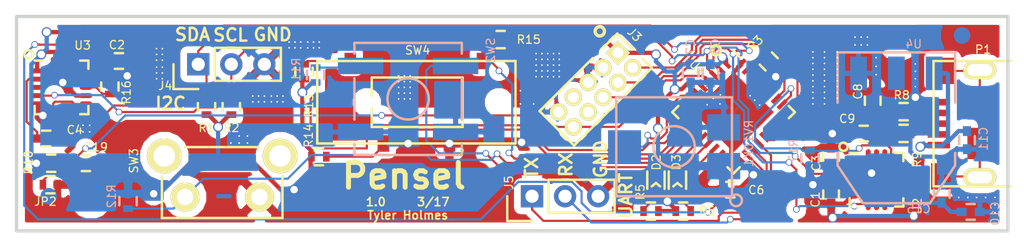
<source format=kicad_pcb>
(kicad_pcb (version 20160815) (host pcbnew "(2016-12-18 revision 3ffa37c)-master")
  (layers (0 F.Cu signal) (31 B.Cu signal) (34 B.Paste user) (35 F.Paste user) (36 B.SilkS user) (37 F.SilkS user) (38 B.Mask user) (39 F.Mask user) (44 Edge.Cuts user))
  (net 0 "")
  (net 1 RESET_n)
  (net 2 GND)
  (net 3 USB_DN)
  (net 4 USB_DP)
  (net 5 +3V3)
  (net 6 BTN_MAIN)
  (net 7 BTN_AUX)
  (net 8 +5V)
  (net 9 LED0)
  (net 10 "Net-(D2-Pad2)")
  (net 11 "Net-(D3-Pad2)")
  (net 12 LED1)
  (net 13 MODE_2)
  (net 14 MODE_1)
  (net 15 MODE_0)
  (net 16 SDA)
  (net 17 SCL)
  (net 18 THUMBWHEEL)
  (net 19 SWDIO)
  (net 20 SWD-SWCLK)
  (net 21 SWD-SWO)
  (net 22 DBG_UART_TX)
  (net 23 DBG_UART_RX)
  (net 24 "Net-(P1-Pad2)")
  (net 25 "Net-(P1-Pad6)")
  (net 26 "Net-(P1-Pad3)")
  (net 27 ACCEL_INT1_BTM)
  (net 28 ACCEL_INT1_TOP)
  (net 29 "Net-(C3-Pad1)")
  (net 30 "Net-(C4-Pad1)")
  (net 31 "Net-(R3-Pad1)")
  (module TylerCustom:via-1.0mm (layer F.Cu) (at 58.475 142.275 180)
    (fp_text reference "" hide)
    (fp_text value via-1.0mm)
    (pad 1 thru_hole circle (at 0 0 180) (size 0.15 0.15) (drill 0.1) (layers *.Cu *.Mask) (net 2 GND) (clearance 0.1))
  )
  (module TylerCustom:via-1.0mm (layer F.Cu) (at 58.475 141.15 180)
    (fp_text reference "" hide)
    (fp_text value via-1.0mm)
    (pad 1 thru_hole circle (at 0 0 180) (size 0.15 0.15) (drill 0.1) (layers *.Cu *.Mask) (net 2 GND) (clearance 0.1))
  )
  (module TylerCustom:via-1.0mm (layer F.Cu) (at 58.475 141.925 180)
    (fp_text reference "" hide)
    (fp_text value via-1.0mm)
    (pad 1 thru_hole circle (at 0 0 180) (size 0.15 0.15) (drill 0.1) (layers *.Cu *.Mask) (net 2 GND) (clearance 0.1))
  )
  (module TylerCustom:via-1.0mm (layer F.Cu) (at 58.825 141.925 180)
    (fp_text reference "" hide)
    (fp_text value via-1.0mm)
    (pad 1 thru_hole circle (at 0 0 180) (size 0.15 0.15) (drill 0.1) (layers *.Cu *.Mask) (net 2 GND) (clearance 0.1))
  )
  (module TylerCustom:via-1.0mm (layer F.Cu) (at 58.825 140.8 180)
    (fp_text reference "" hide)
    (fp_text value via-1.0mm)
    (pad 1 thru_hole circle (at 0 0 180) (size 0.15 0.15) (drill 0.1) (layers *.Cu *.Mask) (net 2 GND) (clearance 0.1))
  )
  (module TylerCustom:via-1.0mm (layer F.Cu) (at 58.825 141.575 180)
    (fp_text reference "" hide)
    (fp_text value via-1.0mm)
    (pad 1 thru_hole circle (at 0 0 180) (size 0.15 0.15) (drill 0.1) (layers *.Cu *.Mask) (net 2 GND) (clearance 0.1))
  )
  (module TylerCustom:via-1.0mm (layer F.Cu) (at 58.825 142.275 180)
    (fp_text reference "" hide)
    (fp_text value via-1.0mm)
    (pad 1 thru_hole circle (at 0 0 180) (size 0.15 0.15) (drill 0.1) (layers *.Cu *.Mask) (net 2 GND) (clearance 0.1))
  )
  (module TylerCustom:via-1.0mm (layer F.Cu) (at 58.475 141.575 180)
    (fp_text reference "" hide)
    (fp_text value via-1.0mm)
    (pad 1 thru_hole circle (at 0 0 180) (size 0.15 0.15) (drill 0.1) (layers *.Cu *.Mask) (net 2 GND) (clearance 0.1))
  )
  (module TylerCustom:via-1.0mm (layer F.Cu) (at 58.825 141.15 180)
    (fp_text reference "" hide)
    (fp_text value via-1.0mm)
    (pad 1 thru_hole circle (at 0 0 180) (size 0.15 0.15) (drill 0.1) (layers *.Cu *.Mask) (net 2 GND) (clearance 0.1))
  )
  (module TylerCustom:via-1.0mm (layer F.Cu) (at 58.475 140.8 180)
    (fp_text reference "" hide)
    (fp_text value via-1.0mm)
    (pad 1 thru_hole circle (at 0 0 180) (size 0.15 0.15) (drill 0.1) (layers *.Cu *.Mask) (net 2 GND) (clearance 0.1))
  )
  (module TylerCustom:via-1.0mm (layer F.Cu) (at 58.475 140.45 180)
    (fp_text reference "" hide)
    (fp_text value via-1.0mm)
    (pad 1 thru_hole circle (at 0 0 180) (size 0.15 0.15) (drill 0.1) (layers *.Cu *.Mask) (net 2 GND) (clearance 0.1))
  )
  (module TylerCustom:via-1.0mm (layer F.Cu) (at 58.825 140.45 180)
    (fp_text reference "" hide)
    (fp_text value via-1.0mm)
    (pad 1 thru_hole circle (at 0 0 180) (size 0.15 0.15) (drill 0.1) (layers *.Cu *.Mask) (net 2 GND) (clearance 0.1))
  )
  (module TylerCustom:via-1.0mm (layer F.Cu) (at 65.425 143.675 90)
    (fp_text reference "" hide)
    (fp_text value via-1.0mm)
    (pad 1 thru_hole circle (at 0 0 90) (size 0.15 0.15) (drill 0.1) (layers *.Cu *.Mask) (net 2 GND) (clearance 0.1))
  )
  (module TylerCustom:via-1.0mm (layer F.Cu) (at 65.775 143.325 90)
    (fp_text reference "" hide)
    (fp_text value via-1.0mm)
    (pad 1 thru_hole circle (at 0 0 90) (size 0.15 0.15) (drill 0.1) (layers *.Cu *.Mask) (net 2 GND) (clearance 0.1))
  )
  (module TylerCustom:via-1.0mm (layer F.Cu) (at 66.125 143.325 90)
    (fp_text reference "" hide)
    (fp_text value via-1.0mm)
    (pad 1 thru_hole circle (at 0 0 90) (size 0.15 0.15) (drill 0.1) (layers *.Cu *.Mask) (net 2 GND) (clearance 0.1))
  )
  (module TylerCustom:via-1.0mm (layer F.Cu) (at 64.65 143.325 90)
    (fp_text reference "" hide)
    (fp_text value via-1.0mm)
    (pad 1 thru_hole circle (at 0 0 90) (size 0.15 0.15) (drill 0.1) (layers *.Cu *.Mask) (net 2 GND) (clearance 0.1))
  )
  (module TylerCustom:via-1.0mm (layer F.Cu) (at 64.65 143.675 90)
    (fp_text reference "" hide)
    (fp_text value via-1.0mm)
    (pad 1 thru_hole circle (at 0 0 90) (size 0.15 0.15) (drill 0.1) (layers *.Cu *.Mask) (net 2 GND) (clearance 0.1))
  )
  (module TylerCustom:via-1.0mm (layer F.Cu) (at 65.775 143.675 90)
    (fp_text reference "" hide)
    (fp_text value via-1.0mm)
    (pad 1 thru_hole circle (at 0 0 90) (size 0.15 0.15) (drill 0.1) (layers *.Cu *.Mask) (net 2 GND) (clearance 0.1))
  )
  (module TylerCustom:via-1.0mm (layer F.Cu) (at 64.3 143.325 90)
    (fp_text reference "" hide)
    (fp_text value via-1.0mm)
    (pad 1 thru_hole circle (at 0 0 90) (size 0.15 0.15) (drill 0.1) (layers *.Cu *.Mask) (net 2 GND) (clearance 0.1))
  )
  (module TylerCustom:via-1.0mm (layer F.Cu) (at 64.3 143.675 90)
    (fp_text reference "" hide)
    (fp_text value via-1.0mm)
    (pad 1 thru_hole circle (at 0 0 90) (size 0.15 0.15) (drill 0.1) (layers *.Cu *.Mask) (net 2 GND) (clearance 0.1))
  )
  (module TylerCustom:via-1.0mm (layer F.Cu) (at 65 143.675 90)
    (fp_text reference "" hide)
    (fp_text value via-1.0mm)
    (pad 1 thru_hole circle (at 0 0 90) (size 0.15 0.15) (drill 0.1) (layers *.Cu *.Mask) (net 2 GND) (clearance 0.1))
  )
  (module TylerCustom:via-1.0mm (layer F.Cu) (at 65 143.325 90)
    (fp_text reference "" hide)
    (fp_text value via-1.0mm)
    (pad 1 thru_hole circle (at 0 0 90) (size 0.15 0.15) (drill 0.1) (layers *.Cu *.Mask) (net 2 GND) (clearance 0.1))
  )
  (module TylerCustom:via-1.0mm (layer F.Cu) (at 65.425 143.325 90)
    (fp_text reference "" hide)
    (fp_text value via-1.0mm)
    (pad 1 thru_hole circle (at 0 0 90) (size 0.15 0.15) (drill 0.1) (layers *.Cu *.Mask) (net 2 GND) (clearance 0.1))
  )
  (module TylerCustom:via-1.0mm (layer F.Cu) (at 66.125 143.675 90)
    (fp_text reference "" hide)
    (fp_text value via-1.0mm)
    (pad 1 thru_hole circle (at 0 0 90) (size 0.15 0.15) (drill 0.1) (layers *.Cu *.Mask) (net 2 GND) (clearance 0.1))
  )
  (module TylerCustom:via-1.0mm (layer F.Cu) (at 67.975 140.05 90)
    (fp_text reference "" hide)
    (fp_text value via-1.0mm)
    (pad 1 thru_hole circle (at 0 0 90) (size 0.15 0.15) (drill 0.1) (layers *.Cu *.Mask) (net 2 GND) (clearance 0.1))
  )
  (module TylerCustom:via-1.0mm (layer F.Cu) (at 67.975 140.4 90)
    (fp_text reference "" hide)
    (fp_text value via-1.0mm)
    (pad 1 thru_hole circle (at 0 0 90) (size 0.15 0.15) (drill 0.1) (layers *.Cu *.Mask) (net 2 GND) (clearance 0.1))
  )
  (module TylerCustom:via-1.0mm (layer F.Cu) (at 67.625 140.05 90)
    (fp_text reference "" hide)
    (fp_text value via-1.0mm)
    (pad 1 thru_hole circle (at 0 0 90) (size 0.15 0.15) (drill 0.1) (layers *.Cu *.Mask) (net 2 GND) (clearance 0.1))
  )
  (module TylerCustom:via-1.0mm (layer F.Cu) (at 67.625 140.4 90)
    (fp_text reference "" hide)
    (fp_text value via-1.0mm)
    (pad 1 thru_hole circle (at 0 0 90) (size 0.15 0.15) (drill 0.1) (layers *.Cu *.Mask) (net 2 GND) (clearance 0.1))
  )
  (module TylerCustom:via-1.0mm (layer F.Cu) (at 68.325 140.4 90)
    (fp_text reference "" hide)
    (fp_text value via-1.0mm)
    (pad 1 thru_hole circle (at 0 0 90) (size 0.15 0.15) (drill 0.1) (layers *.Cu *.Mask) (net 2 GND) (clearance 0.1))
  )
  (module TylerCustom:via-1.0mm (layer F.Cu) (at 68.325 140.05 90)
    (fp_text reference "" hide)
    (fp_text value via-1.0mm)
    (pad 1 thru_hole circle (at 0 0 90) (size 0.15 0.15) (drill 0.1) (layers *.Cu *.Mask) (net 2 GND) (clearance 0.1))
  )
  (module TylerCustom:via-1.0mm (layer F.Cu) (at 66.85 140.05 90)
    (fp_text reference "" hide)
    (fp_text value via-1.0mm)
    (pad 1 thru_hole circle (at 0 0 90) (size 0.15 0.15) (drill 0.1) (layers *.Cu *.Mask) (net 2 GND) (clearance 0.1))
  )
  (module TylerCustom:via-1.0mm (layer F.Cu) (at 66.85 140.4 90)
    (fp_text reference "" hide)
    (fp_text value via-1.0mm)
    (pad 1 thru_hole circle (at 0 0 90) (size 0.15 0.15) (drill 0.1) (layers *.Cu *.Mask) (net 2 GND) (clearance 0.1))
  )
  (module TylerCustom:via-1.0mm (layer F.Cu) (at 67.2 140.4 90)
    (fp_text reference "" hide)
    (fp_text value via-1.0mm)
    (pad 1 thru_hole circle (at 0 0 90) (size 0.15 0.15) (drill 0.1) (layers *.Cu *.Mask) (net 2 GND) (clearance 0.1))
  )
  (module TylerCustom:via-1.0mm (layer F.Cu) (at 67.2 140.05 90)
    (fp_text reference "" hide)
    (fp_text value via-1.0mm)
    (pad 1 thru_hole circle (at 0 0 90) (size 0.15 0.15) (drill 0.1) (layers *.Cu *.Mask) (net 2 GND) (clearance 0.1))
  )
  (module TylerCustom:via-1.0mm (layer F.Cu) (at 66.5 140.4 90)
    (fp_text reference "" hide)
    (fp_text value via-1.0mm)
    (pad 1 thru_hole circle (at 0 0 90) (size 0.15 0.15) (drill 0.1) (layers *.Cu *.Mask) (net 2 GND) (clearance 0.1))
  )
  (module TylerCustom:via-1.0mm (layer F.Cu) (at 66.5 140.05 90)
    (fp_text reference "" hide)
    (fp_text value via-1.0mm)
    (pad 1 thru_hole circle (at 0 0 90) (size 0.15 0.15) (drill 0.1) (layers *.Cu *.Mask) (net 2 GND) (clearance 0.1))
  )
  (module TylerCustom:via-1.0mm (layer F.Cu) (at 73.825 142.8)
    (fp_text reference "" hide)
    (fp_text value via-1.0mm)
    (pad 1 thru_hole circle (at 0 0) (size 0.15 0.15) (drill 0.1) (layers *.Cu *.Mask) (net 2 GND) (clearance 0.1))
  )
  (module TylerCustom:via-1.0mm (layer F.Cu) (at 73.125 142.1)
    (fp_text reference "" hide)
    (fp_text value via-1.0mm)
    (pad 1 thru_hole circle (at 0 0) (size 0.15 0.15) (drill 0.1) (layers *.Cu *.Mask) (net 2 GND) (clearance 0.1))
  )
  (module TylerCustom:via-1.0mm (layer F.Cu) (at 73.475 143.15)
    (fp_text reference "" hide)
    (fp_text value via-1.0mm)
    (pad 1 thru_hole circle (at 0 0) (size 0.15 0.15) (drill 0.1) (layers *.Cu *.Mask) (net 2 GND) (clearance 0.1))
  )
  (module TylerCustom:via-1.0mm (layer F.Cu) (at 73.825 143.15)
    (fp_text reference "" hide)
    (fp_text value via-1.0mm)
    (pad 1 thru_hole circle (at 0 0) (size 0.15 0.15) (drill 0.1) (layers *.Cu *.Mask) (net 2 GND) (clearance 0.1))
  )
  (module TylerCustom:via-1.0mm (layer F.Cu) (at 73.475 142.1)
    (fp_text reference "" hide)
    (fp_text value via-1.0mm)
    (pad 1 thru_hole circle (at 0 0) (size 0.15 0.15) (drill 0.1) (layers *.Cu *.Mask) (net 2 GND) (clearance 0.1))
  )
  (module TylerCustom:via-1.0mm (layer F.Cu) (at 73.825 142.1)
    (fp_text reference "" hide)
    (fp_text value via-1.0mm)
    (pad 1 thru_hole circle (at 0 0) (size 0.15 0.15) (drill 0.1) (layers *.Cu *.Mask) (net 2 GND) (clearance 0.1))
  )
  (module TylerCustom:via-1.0mm (layer F.Cu) (at 73.125 143.15)
    (fp_text reference "" hide)
    (fp_text value via-1.0mm)
    (pad 1 thru_hole circle (at 0 0) (size 0.15 0.15) (drill 0.1) (layers *.Cu *.Mask) (net 2 GND) (clearance 0.1))
  )
  (module TylerCustom:via-1.0mm (layer F.Cu) (at 73.825 143.5)
    (fp_text reference "" hide)
    (fp_text value via-1.0mm)
    (pad 1 thru_hole circle (at 0 0) (size 0.15 0.15) (drill 0.1) (layers *.Cu *.Mask) (net 2 GND) (clearance 0.1))
  )
  (module TylerCustom:via-1.0mm (layer F.Cu) (at 73.125 143.5)
    (fp_text reference "" hide)
    (fp_text value via-1.0mm)
    (pad 1 thru_hole circle (at 0 0) (size 0.15 0.15) (drill 0.1) (layers *.Cu *.Mask) (net 2 GND) (clearance 0.1))
  )
  (module TylerCustom:via-1.0mm (layer F.Cu) (at 73.475 143.5)
    (fp_text reference "" hide)
    (fp_text value via-1.0mm)
    (pad 1 thru_hole circle (at 0 0) (size 0.15 0.15) (drill 0.1) (layers *.Cu *.Mask) (net 2 GND) (clearance 0.1))
  )
  (module TylerCustom:via-1.0mm (layer F.Cu) (at 73.825 142.45)
    (fp_text reference "" hide)
    (fp_text value via-1.0mm)
    (pad 1 thru_hole circle (at 0 0) (size 0.15 0.15) (drill 0.1) (layers *.Cu *.Mask) (net 2 GND) (clearance 0.1))
  )
  (module TylerCustom:via-1.0mm (layer F.Cu) (at 73.125 142.8)
    (fp_text reference "" hide)
    (fp_text value via-1.0mm)
    (pad 1 thru_hole circle (at 0 0) (size 0.15 0.15) (drill 0.1) (layers *.Cu *.Mask) (net 2 GND) (clearance 0.1))
  )
  (module TylerCustom:via-1.0mm (layer F.Cu) (at 73.475 142.8)
    (fp_text reference "" hide)
    (fp_text value via-1.0mm)
    (pad 1 thru_hole circle (at 0 0) (size 0.15 0.15) (drill 0.1) (layers *.Cu *.Mask) (net 2 GND) (clearance 0.1))
  )
  (module TylerCustom:via-1.0mm (layer F.Cu) (at 73.125 142.45)
    (fp_text reference "" hide)
    (fp_text value via-1.0mm)
    (pad 1 thru_hole circle (at 0 0) (size 0.15 0.15) (drill 0.1) (layers *.Cu *.Mask) (net 2 GND) (clearance 0.1))
  )
  (module TylerCustom:via-1.0mm (layer F.Cu) (at 73.475 142.45)
    (fp_text reference "" hide)
    (fp_text value via-1.0mm)
    (pad 1 thru_hole circle (at 0 0) (size 0.15 0.15) (drill 0.1) (layers *.Cu *.Mask) (net 2 GND) (clearance 0.1))
  )
  (module TylerCustom:via-1.0mm (layer F.Cu) (at 91.8 143.85)
    (fp_text reference "" hide)
    (fp_text value via-1.0mm)
    (pad 1 thru_hole circle (at 0 0) (size 0.15 0.15) (drill 0.1) (layers *.Cu *.Mask) (net 2 GND) (clearance 0.1))
  )
  (module TylerCustom:via-1.0mm (layer F.Cu) (at 98.9 143.8)
    (fp_text reference "" hide)
    (fp_text value via-1.0mm)
    (pad 1 thru_hole circle (at 0 0) (size 0.15 0.15) (drill 0.1) (layers *.Cu *.Mask) (net 2 GND) (clearance 0.1))
  )
  (module TylerCustom:via-1.0mm (layer F.Cu) (at 98.2 143.8)
    (fp_text reference "" hide)
    (fp_text value via-1.0mm)
    (pad 1 thru_hole circle (at 0 0) (size 0.15 0.15) (drill 0.1) (layers *.Cu *.Mask) (net 2 GND) (clearance 0.1))
  )
  (module TylerCustom:via-1.0mm (layer F.Cu) (at 98.9 143.45)
    (fp_text reference "" hide)
    (fp_text value via-1.0mm)
    (pad 1 thru_hole circle (at 0 0) (size 0.15 0.15) (drill 0.1) (layers *.Cu *.Mask) (net 2 GND) (clearance 0.1))
  )
  (module TylerCustom:via-1.0mm (layer F.Cu) (at 99.675 143.45)
    (fp_text reference "" hide)
    (fp_text value via-1.0mm)
    (pad 1 thru_hole circle (at 0 0) (size 0.15 0.15) (drill 0.1) (layers *.Cu *.Mask) (net 2 GND) (clearance 0.1))
  )
  (module TylerCustom:via-1.0mm (layer F.Cu) (at 98.2 143.45)
    (fp_text reference "" hide)
    (fp_text value via-1.0mm)
    (pad 1 thru_hole circle (at 0 0) (size 0.15 0.15) (drill 0.1) (layers *.Cu *.Mask) (net 2 GND) (clearance 0.1))
  )
  (module TylerCustom:via-1.0mm (layer F.Cu) (at 98.9 143.1)
    (fp_text reference "" hide)
    (fp_text value via-1.0mm)
    (pad 1 thru_hole circle (at 0 0) (size 0.15 0.15) (drill 0.1) (layers *.Cu *.Mask) (net 2 GND) (clearance 0.1))
  )
  (module TylerCustom:via-1.0mm (layer F.Cu) (at 99.675 143.1)
    (fp_text reference "" hide)
    (fp_text value via-1.0mm)
    (pad 1 thru_hole circle (at 0 0) (size 0.15 0.15) (drill 0.1) (layers *.Cu *.Mask) (net 2 GND) (clearance 0.1))
  )
  (module TylerCustom:via-1.0mm (layer F.Cu) (at 98.2 143.1)
    (fp_text reference "" hide)
    (fp_text value via-1.0mm)
    (pad 1 thru_hole circle (at 0 0) (size 0.15 0.15) (drill 0.1) (layers *.Cu *.Mask) (net 2 GND) (clearance 0.1))
  )
  (module TylerCustom:via-1.0mm (layer F.Cu) (at 98.9 142.75)
    (fp_text reference "" hide)
    (fp_text value via-1.0mm)
    (pad 1 thru_hole circle (at 0 0) (size 0.15 0.15) (drill 0.1) (layers *.Cu *.Mask) (net 2 GND) (clearance 0.1))
  )
  (module TylerCustom:via-1.0mm (layer F.Cu) (at 99.675 142.75)
    (fp_text reference "" hide)
    (fp_text value via-1.0mm)
    (pad 1 thru_hole circle (at 0 0) (size 0.15 0.15) (drill 0.1) (layers *.Cu *.Mask) (net 2 GND) (clearance 0.1))
  )
  (module TylerCustom:via-1.0mm (layer F.Cu) (at 98.2 142.75)
    (fp_text reference "" hide)
    (fp_text value via-1.0mm)
    (pad 1 thru_hole circle (at 0 0) (size 0.15 0.15) (drill 0.1) (layers *.Cu *.Mask) (net 2 GND) (clearance 0.1))
  )
  (module TylerCustom:via-1.0mm (layer F.Cu) (at 98.9 142.4)
    (fp_text reference "" hide)
    (fp_text value via-1.0mm)
    (pad 1 thru_hole circle (at 0 0) (size 0.15 0.15) (drill 0.1) (layers *.Cu *.Mask) (net 2 GND) (clearance 0.1))
  )
  (module TylerCustom:via-1.0mm (layer F.Cu) (at 99.675 142.4)
    (fp_text reference "" hide)
    (fp_text value via-1.0mm)
    (pad 1 thru_hole circle (at 0 0) (size 0.15 0.15) (drill 0.1) (layers *.Cu *.Mask) (net 2 GND) (clearance 0.1))
  )
  (module TylerCustom:via-1.0mm (layer F.Cu) (at 98.2 142.4)
    (fp_text reference "" hide)
    (fp_text value via-1.0mm)
    (pad 1 thru_hole circle (at 0 0) (size 0.15 0.15) (drill 0.1) (layers *.Cu *.Mask) (net 2 GND) (clearance 0.1))
  )
  (module TylerCustom:via-1.0mm (layer F.Cu) (at 98.9 142.05)
    (fp_text reference "" hide)
    (fp_text value via-1.0mm)
    (pad 1 thru_hole circle (at 0 0) (size 0.15 0.15) (drill 0.1) (layers *.Cu *.Mask) (net 2 GND) (clearance 0.1))
  )
  (module TylerCustom:via-1.0mm (layer F.Cu) (at 99.675 142.05)
    (fp_text reference "" hide)
    (fp_text value via-1.0mm)
    (pad 1 thru_hole circle (at 0 0) (size 0.15 0.15) (drill 0.1) (layers *.Cu *.Mask) (net 2 GND) (clearance 0.1))
  )
  (module TylerCustom:via-1.0mm (layer F.Cu) (at 98.2 142.05)
    (fp_text reference "" hide)
    (fp_text value via-1.0mm)
    (pad 1 thru_hole circle (at 0 0) (size 0.15 0.15) (drill 0.1) (layers *.Cu *.Mask) (net 2 GND) (clearance 0.1))
  )
  (module TylerCustom:via-1.0mm (layer F.Cu) (at 98.9 141.7)
    (fp_text reference "" hide)
    (fp_text value via-1.0mm)
    (pad 1 thru_hole circle (at 0 0) (size 0.15 0.15) (drill 0.1) (layers *.Cu *.Mask) (net 2 GND) (clearance 0.1))
  )
  (module TylerCustom:via-1.0mm (layer F.Cu) (at 99.675 141.7)
    (fp_text reference "" hide)
    (fp_text value via-1.0mm)
    (pad 1 thru_hole circle (at 0 0) (size 0.15 0.15) (drill 0.1) (layers *.Cu *.Mask) (net 2 GND) (clearance 0.1))
  )
  (module TylerCustom:via-1.0mm (layer F.Cu) (at 98.2 141.7)
    (fp_text reference "" hide)
    (fp_text value via-1.0mm)
    (pad 1 thru_hole circle (at 0 0) (size 0.15 0.15) (drill 0.1) (layers *.Cu *.Mask) (net 2 GND) (clearance 0.1))
  )
  (module TylerCustom:via-1.0mm (layer F.Cu) (at 98.9 141.35)
    (fp_text reference "" hide)
    (fp_text value via-1.0mm)
    (pad 1 thru_hole circle (at 0 0) (size 0.15 0.15) (drill 0.1) (layers *.Cu *.Mask) (net 2 GND) (clearance 0.1))
  )
  (module TylerCustom:via-1.0mm (layer F.Cu) (at 99.675 141.35)
    (fp_text reference "" hide)
    (fp_text value via-1.0mm)
    (pad 1 thru_hole circle (at 0 0) (size 0.15 0.15) (drill 0.1) (layers *.Cu *.Mask) (net 2 GND) (clearance 0.1))
  )
  (module TylerCustom:via-1.0mm (layer F.Cu) (at 98.2 141.35)
    (fp_text reference "" hide)
    (fp_text value via-1.0mm)
    (pad 1 thru_hole circle (at 0 0) (size 0.15 0.15) (drill 0.1) (layers *.Cu *.Mask) (net 2 GND) (clearance 0.1))
  )
  (module TylerCustom:via-1.0mm (layer F.Cu) (at 98.9 141)
    (fp_text reference "" hide)
    (fp_text value via-1.0mm)
    (pad 1 thru_hole circle (at 0 0) (size 0.15 0.15) (drill 0.1) (layers *.Cu *.Mask) (net 2 GND) (clearance 0.1))
  )
  (module TylerCustom:via-1.0mm (layer F.Cu) (at 99.675 141)
    (fp_text reference "" hide)
    (fp_text value via-1.0mm)
    (pad 1 thru_hole circle (at 0 0) (size 0.15 0.15) (drill 0.1) (layers *.Cu *.Mask) (net 2 GND) (clearance 0.1))
  )
  (module TylerCustom:via-1.0mm (layer F.Cu) (at 98.2 141)
    (fp_text reference "" hide)
    (fp_text value via-1.0mm)
    (pad 1 thru_hole circle (at 0 0) (size 0.15 0.15) (drill 0.1) (layers *.Cu *.Mask) (net 2 GND) (clearance 0.1))
  )
  (module TylerCustom:via-1.0mm (layer F.Cu) (at 98.9 140.65)
    (fp_text reference "" hide)
    (fp_text value via-1.0mm)
    (pad 1 thru_hole circle (at 0 0) (size 0.15 0.15) (drill 0.1) (layers *.Cu *.Mask) (net 2 GND) (clearance 0.1))
  )
  (module TylerCustom:via-1.0mm (layer F.Cu) (at 99.675 140.65)
    (fp_text reference "" hide)
    (fp_text value via-1.0mm)
    (pad 1 thru_hole circle (at 0 0) (size 0.15 0.15) (drill 0.1) (layers *.Cu *.Mask) (net 2 GND) (clearance 0.1))
  )
  (module TylerCustom:via-1.0mm (layer F.Cu) (at 98.2 140.65)
    (fp_text reference "" hide)
    (fp_text value via-1.0mm)
    (pad 1 thru_hole circle (at 0 0) (size 0.15 0.15) (drill 0.1) (layers *.Cu *.Mask) (net 2 GND) (clearance 0.1))
  )
  (module TylerCustom:via-1.0mm (layer F.Cu) (at 81.45 142.15)
    (fp_text reference "" hide)
    (fp_text value via-1.0mm)
    (pad 1 thru_hole circle (at 0 0) (size 0.15 0.15) (drill 0.1) (layers *.Cu *.Mask) (net 2 GND) (clearance 0.1))
  )
  (module TylerCustom:via-1.0mm (layer F.Cu) (at 81.8 142.15)
    (fp_text reference "" hide)
    (fp_text value via-1.0mm)
    (pad 1 thru_hole circle (at 0 0) (size 0.15 0.15) (drill 0.1) (layers *.Cu *.Mask) (net 2 GND) (clearance 0.1))
  )
  (module TylerCustom:via-1.0mm (layer F.Cu) (at 82.15 142.15)
    (fp_text reference "" hide)
    (fp_text value via-1.0mm)
    (pad 1 thru_hole circle (at 0 0) (size 0.15 0.15) (drill 0.1) (layers *.Cu *.Mask) (net 2 GND) (clearance 0.1))
  )
  (module TylerCustom:via-1.0mm (layer F.Cu) (at 82.5 142.15)
    (fp_text reference "" hide)
    (fp_text value via-1.0mm)
    (pad 1 thru_hole circle (at 0 0) (size 0.15 0.15) (drill 0.1) (layers *.Cu *.Mask) (net 2 GND) (clearance 0.1))
  )
  (module TylerCustom:via-1.0mm (layer F.Cu) (at 82.85 142.15)
    (fp_text reference "" hide)
    (fp_text value via-1.0mm)
    (pad 1 thru_hole circle (at 0 0) (size 0.15 0.15) (drill 0.1) (layers *.Cu *.Mask) (net 2 GND) (clearance 0.1))
  )
  (module TylerCustom:via-1.0mm (layer F.Cu) (at 81.45 141.8)
    (fp_text reference "" hide)
    (fp_text value via-1.0mm)
    (pad 1 thru_hole circle (at 0 0) (size 0.15 0.15) (drill 0.1) (layers *.Cu *.Mask) (net 2 GND) (clearance 0.1))
  )
  (module TylerCustom:via-1.0mm (layer F.Cu) (at 81.8 141.8)
    (fp_text reference "" hide)
    (fp_text value via-1.0mm)
    (pad 1 thru_hole circle (at 0 0) (size 0.15 0.15) (drill 0.1) (layers *.Cu *.Mask) (net 2 GND) (clearance 0.1))
  )
  (module TylerCustom:via-1.0mm (layer F.Cu) (at 82.15 141.8)
    (fp_text reference "" hide)
    (fp_text value via-1.0mm)
    (pad 1 thru_hole circle (at 0 0) (size 0.15 0.15) (drill 0.1) (layers *.Cu *.Mask) (net 2 GND) (clearance 0.1))
  )
  (module TylerCustom:via-1.0mm (layer F.Cu) (at 82.5 141.8)
    (fp_text reference "" hide)
    (fp_text value via-1.0mm)
    (pad 1 thru_hole circle (at 0 0) (size 0.15 0.15) (drill 0.1) (layers *.Cu *.Mask) (net 2 GND) (clearance 0.1))
  )
  (module TylerCustom:via-1.0mm (layer F.Cu) (at 82.85 141.8)
    (fp_text reference "" hide)
    (fp_text value via-1.0mm)
    (pad 1 thru_hole circle (at 0 0) (size 0.15 0.15) (drill 0.1) (layers *.Cu *.Mask) (net 2 GND) (clearance 0.1))
  )
  (module TylerCustom:via-1.0mm (layer F.Cu) (at 81.45 141.45)
    (fp_text reference "" hide)
    (fp_text value via-1.0mm)
    (pad 1 thru_hole circle (at 0 0) (size 0.15 0.15) (drill 0.1) (layers *.Cu *.Mask) (net 2 GND) (clearance 0.1))
  )
  (module TylerCustom:via-1.0mm (layer F.Cu) (at 81.8 141.45)
    (fp_text reference "" hide)
    (fp_text value via-1.0mm)
    (pad 1 thru_hole circle (at 0 0) (size 0.15 0.15) (drill 0.1) (layers *.Cu *.Mask) (net 2 GND) (clearance 0.1))
  )
  (module TylerCustom:via-1.0mm (layer F.Cu) (at 82.15 141.45)
    (fp_text reference "" hide)
    (fp_text value via-1.0mm)
    (pad 1 thru_hole circle (at 0 0) (size 0.15 0.15) (drill 0.1) (layers *.Cu *.Mask) (net 2 GND) (clearance 0.1))
  )
  (module TylerCustom:via-1.0mm (layer F.Cu) (at 82.5 141.45)
    (fp_text reference "" hide)
    (fp_text value via-1.0mm)
    (pad 1 thru_hole circle (at 0 0) (size 0.15 0.15) (drill 0.1) (layers *.Cu *.Mask) (net 2 GND) (clearance 0.1))
  )
  (module TylerCustom:via-1.0mm (layer F.Cu) (at 82.85 141.45)
    (fp_text reference "" hide)
    (fp_text value via-1.0mm)
    (pad 1 thru_hole circle (at 0 0) (size 0.15 0.15) (drill 0.1) (layers *.Cu *.Mask) (net 2 GND) (clearance 0.1))
  )
  (module TylerCustom:via-1.0mm (layer F.Cu) (at 81.45 141.1)
    (fp_text reference "" hide)
    (fp_text value via-1.0mm)
    (pad 1 thru_hole circle (at 0 0) (size 0.15 0.15) (drill 0.1) (layers *.Cu *.Mask) (net 2 GND) (clearance 0.1))
  )
  (module TylerCustom:via-1.0mm (layer F.Cu) (at 81.8 141.1)
    (fp_text reference "" hide)
    (fp_text value via-1.0mm)
    (pad 1 thru_hole circle (at 0 0) (size 0.15 0.15) (drill 0.1) (layers *.Cu *.Mask) (net 2 GND) (clearance 0.1))
  )
  (module TylerCustom:via-1.0mm (layer F.Cu) (at 82.15 141.1)
    (fp_text reference "" hide)
    (fp_text value via-1.0mm)
    (pad 1 thru_hole circle (at 0 0) (size 0.15 0.15) (drill 0.1) (layers *.Cu *.Mask) (net 2 GND) (clearance 0.1))
  )
  (module TylerCustom:via-1.0mm (layer F.Cu) (at 82.5 141.1)
    (fp_text reference "" hide)
    (fp_text value via-1.0mm)
    (pad 1 thru_hole circle (at 0 0) (size 0.15 0.15) (drill 0.1) (layers *.Cu *.Mask) (net 2 GND) (clearance 0.1))
  )
  (module TylerCustom:via-1.0mm (layer F.Cu) (at 82.85 141.1)
    (fp_text reference "" hide)
    (fp_text value via-1.0mm)
    (pad 1 thru_hole circle (at 0 0) (size 0.15 0.15) (drill 0.1) (layers *.Cu *.Mask) (net 2 GND) (clearance 0.1))
  )
  (module TylerCustom:via-1.0mm (layer F.Cu) (at 81.45 140.75)
    (fp_text reference "" hide)
    (fp_text value via-1.0mm)
    (pad 1 thru_hole circle (at 0 0) (size 0.15 0.15) (drill 0.1) (layers *.Cu *.Mask) (net 2 GND) (clearance 0.1))
  )
  (module TylerCustom:via-1.0mm (layer F.Cu) (at 81.8 140.75)
    (fp_text reference "" hide)
    (fp_text value via-1.0mm)
    (pad 1 thru_hole circle (at 0 0) (size 0.15 0.15) (drill 0.1) (layers *.Cu *.Mask) (net 2 GND) (clearance 0.1))
  )
  (module TylerCustom:via-1.0mm (layer F.Cu) (at 82.15 140.75)
    (fp_text reference "" hide)
    (fp_text value via-1.0mm)
    (pad 1 thru_hole circle (at 0 0) (size 0.15 0.15) (drill 0.1) (layers *.Cu *.Mask) (net 2 GND) (clearance 0.1))
  )
  (module TylerCustom:via-1.0mm (layer F.Cu) (at 82.5 140.75)
    (fp_text reference "" hide)
    (fp_text value via-1.0mm)
    (pad 1 thru_hole circle (at 0 0) (size 0.15 0.15) (drill 0.1) (layers *.Cu *.Mask) (net 2 GND) (clearance 0.1))
  )
  (module TylerCustom:via-1.0mm (layer F.Cu) (at 53.625 145.5)
    (fp_text reference "" hide)
    (fp_text value via-1.0mm)
    (pad 1 thru_hole circle (at 0 0) (size 0.15 0.15) (drill 0.1) (layers *.Cu *.Mask) (net 2 GND) (clearance 0.1))
  )
  (module TylerCustom:via-1.0mm (layer F.Cu) (at 54.025 145.5)
    (fp_text reference "" hide)
    (fp_text value via-1.0mm)
    (pad 1 thru_hole circle (at 0 0) (size 0.15 0.15) (drill 0.1) (layers *.Cu *.Mask) (net 2 GND) (clearance 0.1))
  )
  (module TylerCustom:via-1.0mm (layer F.Cu) (at 54.025 145.1)
    (fp_text reference "" hide)
    (fp_text value via-1.0mm)
    (pad 1 thru_hole circle (at 0 0) (size 0.15 0.15) (drill 0.1) (layers *.Cu *.Mask) (net 2 GND) (clearance 0.1))
  )
  (module TylerCustom:via-1.0mm (layer F.Cu) (at 54.425 145.1)
    (fp_text reference "" hide)
    (fp_text value via-1.0mm)
    (pad 1 thru_hole circle (at 0 0) (size 0.15 0.15) (drill 0.1) (layers *.Cu *.Mask) (net 2 GND) (clearance 0.1))
  )
  (module TylerCustom:via-1.0mm (layer F.Cu) (at 54.425 145.5)
    (fp_text reference "" hide)
    (fp_text value via-1.0mm)
    (pad 1 thru_hole circle (at 0 0) (size 0.15 0.15) (drill 0.1) (layers *.Cu *.Mask) (net 2 GND) (clearance 0.1))
  )
  (module TylerCustom:via-1.0mm (layer F.Cu) (at 63.475 145.75)
    (fp_text reference "" hide)
    (fp_text value via-1.0mm)
    (pad 1 thru_hole circle (at 0 0) (size 0.15 0.15) (drill 0.1) (layers *.Cu *.Mask) (net 2 GND) (clearance 0.1))
  )
  (module TylerCustom:via-1.0mm (layer F.Cu) (at 63.975 145.75)
    (fp_text reference "" hide)
    (fp_text value via-1.0mm)
    (pad 1 thru_hole circle (at 0 0) (size 0.15 0.15) (drill 0.1) (layers *.Cu *.Mask) (net 2 GND) (clearance 0.1))
  )
  (module TylerCustom:via-1.0mm (layer F.Cu) (at 63.975 146.175)
    (fp_text reference "" hide)
    (fp_text value via-1.0mm)
    (pad 1 thru_hole circle (at 0 0) (size 0.15 0.15) (drill 0.1) (layers *.Cu *.Mask) (net 2 GND) (clearance 0.1))
  )
  (module TylerCustom:via-1.0mm (layer F.Cu) (at 63.475 146.175)
    (fp_text reference "" hide)
    (fp_text value via-1.0mm)
    (pad 1 thru_hole circle (at 0 0) (size 0.15 0.15) (drill 0.1) (layers *.Cu *.Mask) (net 2 GND) (clearance 0.1))
  )
  (module TylerCustom:via-1.0mm (layer F.Cu) (at 62.975 146.175)
    (fp_text reference "" hide)
    (fp_text value via-1.0mm)
    (pad 1 thru_hole circle (at 0 0) (size 0.15 0.15) (drill 0.1) (layers *.Cu *.Mask) (net 2 GND) (clearance 0.1))
  )
  (module TylerCustom:via-1.0mm (layer F.Cu) (at 101.125 139.75)
    (fp_text reference "" hide)
    (fp_text value via-1.0mm)
    (pad 1 thru_hole circle (at 0 0) (size 0.15 0.15) (drill 0.1) (layers *.Cu *.Mask) (net 2 GND) (clearance 0.1))
  )
  (module TylerCustom:via-1.0mm (layer F.Cu) (at 101.125 140.225)
    (fp_text reference "" hide)
    (fp_text value via-1.0mm)
    (pad 1 thru_hole circle (at 0 0) (size 0.15 0.15) (drill 0.1) (layers *.Cu *.Mask) (net 2 GND) (clearance 0.1))
  )
  (module TylerCustom:via-1.0mm (layer F.Cu) (at 100.75 140.225)
    (fp_text reference "" hide)
    (fp_text value via-1.0mm)
    (pad 1 thru_hole circle (at 0 0) (size 0.15 0.15) (drill 0.1) (layers *.Cu *.Mask) (net 2 GND) (clearance 0.1))
  )
  (module TylerCustom:via-1.0mm (layer F.Cu) (at 101.5 140.225)
    (fp_text reference "" hide)
    (fp_text value via-1.0mm)
    (pad 1 thru_hole circle (at 0 0) (size 0.15 0.15) (drill 0.1) (layers *.Cu *.Mask) (net 2 GND) (clearance 0.1))
  )
  (module TylerCustom:via-1.0mm (layer F.Cu) (at 102.025 141.525)
    (fp_text reference "" hide)
    (fp_text value via-1.0mm)
    (pad 1 thru_hole circle (at 0 0) (size 0.15 0.15) (drill 0.1) (layers *.Cu *.Mask) (net 2 GND) (clearance 0.1))
  )
  (module Fiducials:Fiducial_1mm_Dia_2.54mm_Outer_CopperTop (layer B.Cu) (at 107.225 139.65)
    (fp_text reference REF** hide)
    (fp_text value Fiducial_1mm_Dia_2.54mm_Outer_CopperTop)
    (pad ~ smd circle (at 0 0) (size 1 1) (layers B.Cu B.Mask) (clearance 0.77))
  )
  (module Fiducials:Fiducial_1mm_Dia_2.54mm_Outer_CopperTop (layer B.Cu) (at 51.95 149.4)
    (fp_text reference REF** hide)
    (fp_text value Fiducial_1mm_Dia_2.54mm_Outer_CopperTop)
    (pad ~ smd circle (at 0 0) (size 1 1) (layers B.Cu B.Mask) (clearance 0.77))
  )
  (module TylerCustom:via-1.0mm (layer F.Cu) (at 94.4 143.3)
    (fp_text reference "" hide)
    (fp_text value via-1.0mm)
    (pad 1 thru_hole circle (at 0 0) (size 0.15 0.15) (drill 0.1) (layers *.Cu *.Mask) (net 2 GND) (clearance 0.1))
  )
  (module TylerCustom:via-1.0mm (layer F.Cu) (at 104.4 141.825)
    (fp_text reference "" hide)
    (fp_text value via-1.0mm)
    (pad 1 thru_hole circle (at 0 0) (size 0.15 0.15) (drill 0.1) (layers *.Cu *.Mask) (net 2 GND) (clearance 0.1))
  )
  (module TylerCustom:via-1.0mm (layer F.Cu) (at 104.4 142.275)
    (fp_text reference "" hide)
    (fp_text value via-1.0mm)
    (pad 1 thru_hole circle (at 0 0) (size 0.15 0.15) (drill 0.1) (layers *.Cu *.Mask) (net 2 GND) (clearance 0.1))
  )
  (module TylerCustom:via-1.0mm (layer F.Cu) (at 104.4 142.75)
    (fp_text reference "" hide)
    (fp_text value via-1.0mm)
    (pad 1 thru_hole circle (at 0 0) (size 0.15 0.15) (drill 0.1) (layers *.Cu *.Mask) (net 2 GND) (clearance 0.1))
  )
  (module TylerCustom:via-1.0mm (layer F.Cu) (at 107.025 149.475)
    (fp_text reference "" hide)
    (fp_text value via-1.0mm)
    (pad 1 thru_hole circle (at 0 0) (size 0.15 0.15) (drill 0.1) (layers *.Cu *.Mask) (net 2 GND) (clearance 0.1))
  )
  (module TylerCustom:via-1.0mm (layer F.Cu) (at 107.575 149.475)
    (fp_text reference "" hide)
    (fp_text value via-1.0mm)
    (pad 1 thru_hole circle (at 0 0) (size 0.15 0.15) (drill 0.1) (layers *.Cu *.Mask) (net 2 GND) (clearance 0.1))
  )
  (module TylerCustom:via-1.0mm (layer F.Cu) (at 108.1 149.475)
    (fp_text reference "" hide)
    (fp_text value via-1.0mm)
    (pad 1 thru_hole circle (at 0 0) (size 0.15 0.15) (drill 0.1) (layers *.Cu *.Mask) (net 2 GND) (clearance 0.1))
  )
  (module TylerCustom:via-1.0mm (layer F.Cu) (at 108.65 149.475)
    (fp_text reference "" hide)
    (fp_text value via-1.0mm)
    (pad 1 thru_hole circle (at 0 0) (size 0.15 0.15) (drill 0.1) (layers *.Cu *.Mask) (net 2 GND) (clearance 0.1))
  )
  (module TylerCustom:via-1.0mm (layer F.Cu) (at 109.225 149.475)
    (fp_text reference "" hide)
    (fp_text value via-1.0mm)
    (pad 1 thru_hole circle (at 0 0) (size 0.15 0.15) (drill 0.1) (layers *.Cu *.Mask) (net 2 GND) (clearance 0.1))
  )
  (module TylerCustom:via-1.0mm (layer F.Cu) (at 109.225 149.925)
    (fp_text reference "" hide)
    (fp_text value via-1.0mm)
    (pad 1 thru_hole circle (at 0 0) (size 0.15 0.15) (drill 0.1) (layers *.Cu *.Mask) (net 2 GND) (clearance 0.1))
  )
  (module TylerCustom:via-1.0mm (layer F.Cu) (at 109.225 150.4)
    (fp_text reference "" hide)
    (fp_text value via-1.0mm)
    (pad 1 thru_hole circle (at 0 0) (size 0.15 0.15) (drill 0.1) (layers *.Cu *.Mask) (net 2 GND) (clearance 0.1))
  )
  (module Capacitors_SMD:C_0402 (layer B.Cu) (at 107.525 146 270)
    (fp_text reference C11 (at -0.075 -1 270) (layer B.SilkS) (effects (font (size 0.5 0.5) (thickness 0.075)) (justify mirror)))
    (fp_text value "1 uF")
    (pad 1 smd rect (at -0.55 0 270) (size 0.6 0.5) (layers B.Cu B.Paste B.Mask) (net 8 +5V))
    (pad 2 smd rect (at 0.55 0 270) (size 0.6 0.5) (layers B.Cu B.Paste B.Mask) (net 2 GND))
  )
  (module Fiducials:Fiducial_1mm_Dia_2.54mm_Outer_CopperTop (layer F.Cu) (at 103.375 139.925)
    (fp_text reference REF** hide)
    (fp_text value Fiducial_1mm_Dia_2.54mm_Outer_CopperTop)
    (pad ~ smd circle (at 0 0) (size 1 1) (layers F.Cu F.Mask) (clearance 0.77))
  )
  (module TylerCustom:2013499-1 (layer F.Cu) (at 108.5 145 90)
    (fp_text reference P1 (at 4.5 0 180) (layer F.SilkS) (effects (font (size 0.5 0.5) (thickness 0.075))))
    (fp_text value USB_PROC)
    (pad 5 smd rect (at 1.3 -2.675 90) (size 0.4 1.35) (layers F.Cu F.Paste F.Mask) (net 2 GND))
    (pad 4 smd rect (at 0.65 -2.675 90) (size 0.4 1.35) (layers F.Cu F.Paste F.Mask))
    (pad 1 smd rect (at -1.3 -2.675 90) (size 0.4 1.35) (layers F.Cu F.Paste F.Mask) (net 8 +5V))
    (pad 2 smd rect (at -0.65 -2.675 90) (size 0.4 1.35) (layers F.Cu F.Paste F.Mask) (net 24 "Net-(P1-Pad2)"))
    (pad 6 smd rect (at -3.2 -2.45 90) (size 1.6 1.4) (layers F.Cu F.Paste F.Mask) (net 25 "Net-(P1-Pad6)"))
    (pad 6 smd rect (at -1.2 0 90) (size 1.9 1.9) (layers F.Cu F.Paste F.Mask) (net 25 "Net-(P1-Pad6)"))
    (pad 6 thru_hole oval (at -3.255 -0.2 90) (size 1.12 2) (drill oval 0.72 1.5) (layers *.Cu *.Mask F.SilkS) (net 25 "Net-(P1-Pad6)"))
    (pad 6 thru_hole oval (at 3.255 -0.2 90) (size 1.12 2) (drill oval 0.72 1.5) (layers *.Cu *.Mask F.SilkS) (net 25 "Net-(P1-Pad6)"))
    (pad 6 smd rect (at 1.2 0 90) (size 1.9 1.9) (layers F.Cu F.Paste F.Mask) (net 25 "Net-(P1-Pad6)"))
    (pad 6 smd rect (at 3.2 -2.45 90) (size 1.6 1.4) (layers F.Cu F.Paste F.Mask) (net 25 "Net-(P1-Pad6)"))
    (pad 3 smd rect (at 0 -2.675 90) (size 0.4 1.35) (layers F.Cu F.Paste F.Mask) (net 26 "Net-(P1-Pad3)"))
  )
  (module TylerCustom:ST-4 (layer B.Cu) (at 89.8 146.4 270)
    (fp_text reference RV10K1 (at -0.2 -4.525 270) (layer B.SilkS) (effects (font (size 0.5 0.5) (thickness 0.075)) (justify mirror)))
    (fp_text value THUMBWHEEL)
    (pad 2 smd rect (at 0 3 270) (size 2 2) (layers B.Cu B.Paste B.Mask) (net 18 THUMBWHEEL))
    (pad 3 smd rect (at -1.175 -3 270) (size 1.6 2) (layers B.Cu B.Paste B.Mask) (net 2 GND))
    (pad 1 smd rect (at 1.175 -3 270) (size 1.6 2) (layers B.Cu B.Paste B.Mask) (net 5 +3V3))
  )
  (module TylerCustom:via-1.0mm (layer F.Cu) (at 94.675 143.575)
    (fp_text reference "" hide)
    (fp_text value via-1.0mm)
    (pad 1 thru_hole circle (at 0 0) (size 0.15 0.15) (drill 0.1) (layers *.Cu *.Mask) (net 2 GND) (clearance 0.1))
  )
  (module TylerCustom:via-1.0mm (layer F.Cu) (at 82.85 140.75)
    (fp_text reference "" hide)
    (fp_text value via-1.0mm)
    (pad 1 thru_hole circle (at 0 0) (size 0.15 0.15) (drill 0.1) (layers *.Cu *.Mask) (net 2 GND) (clearance 0.1))
  )
  (module TylerCustom:via-1.0mm (layer F.Cu) (at 94.975 143.875)
    (fp_text reference "" hide)
    (fp_text value via-1.0mm)
    (pad 1 thru_hole circle (at 0 0) (size 0.15 0.15) (drill 0.1) (layers *.Cu *.Mask) (net 2 GND) (clearance 0.1))
  )
  (module Resistors_SMD:R_0402 (layer F.Cu) (at 90.35 150.3)
    (fp_text reference R6 (at 1.45 0) (layer F.SilkS) (effects (font (size 0.5 0.5) (thickness 0.075))))
    (fp_text value 330R)
    (pad 2 smd rect (at 0.45 0) (size 0.4 0.6) (layers F.Cu F.Paste F.Mask) (net 11 "Net-(D3-Pad2)"))
    (pad 1 smd rect (at -0.45 0) (size 0.4 0.6) (layers F.Cu F.Paste F.Mask) (net 5 +3V3))
  )
  (module Housings_DFN_QFN:QFN-32-1EP_5x5mm_Pitch0.5mm (layer F.Cu) (at 93.4 144.3 315)
    (fp_text reference U1 (at -3.464823 -0.353553 315) (layer F.SilkS) (effects (font (size 0.5 0.5) (thickness 0.075))))
    (fp_text value STM32F302x6/8)
    (pad 1 smd rect (at -2.4 -1.75 315) (size 0.7 0.25) (layers F.Cu F.Paste F.Mask) (net 5 +3V3))
    (pad 2 smd rect (at -2.4 -1.25 315) (size 0.7 0.25) (layers F.Cu F.Paste F.Mask) (net 16 SDA))
    (pad 3 smd rect (at -2.4 -0.75 315) (size 0.7 0.25) (layers F.Cu F.Paste F.Mask) (net 17 SCL))
    (pad 4 smd rect (at -2.4 -0.25 315) (size 0.7 0.25) (layers F.Cu F.Paste F.Mask) (net 1 RESET_n))
    (pad 5 smd rect (at -2.4 0.25 315) (size 0.7 0.25) (layers F.Cu F.Paste F.Mask) (net 5 +3V3))
    (pad 6 smd rect (at -2.4 0.75 315) (size 0.7 0.25) (layers F.Cu F.Paste F.Mask) (net 2 GND))
    (pad 7 smd rect (at -2.4 1.25 315) (size 0.7 0.25) (layers F.Cu F.Paste F.Mask) (net 18 THUMBWHEEL))
    (pad 8 smd rect (at -2.4 1.75 315) (size 0.7 0.25) (layers F.Cu F.Paste F.Mask) (net 15 MODE_0))
    (pad 9 smd rect (at -1.75 2.4 45) (size 0.7 0.25) (layers F.Cu F.Paste F.Mask) (net 14 MODE_1))
    (pad 10 smd rect (at -1.25 2.4 45) (size 0.7 0.25) (layers F.Cu F.Paste F.Mask) (net 13 MODE_2))
    (pad 11 smd rect (at -0.75 2.4 45) (size 0.7 0.25) (layers F.Cu F.Paste F.Mask) (net 7 BTN_AUX))
    (pad 12 smd rect (at -0.25 2.4 45) (size 0.7 0.25) (layers F.Cu F.Paste F.Mask) (net 6 BTN_MAIN))
    (pad 13 smd rect (at 0.25 2.4 45) (size 0.7 0.25) (layers F.Cu F.Paste F.Mask) (net 9 LED0))
    (pad 14 smd rect (at 0.75 2.4 45) (size 0.7 0.25) (layers F.Cu F.Paste F.Mask) (net 12 LED1))
    (pad 15 smd rect (at 1.25 2.4 45) (size 0.7 0.25) (layers F.Cu F.Paste F.Mask))
    (pad 16 smd rect (at 1.75 2.4 45) (size 0.7 0.25) (layers F.Cu F.Paste F.Mask) (net 2 GND))
    (pad 17 smd rect (at 2.4 1.75 315) (size 0.7 0.25) (layers F.Cu F.Paste F.Mask) (net 5 +3V3))
    (pad 18 smd rect (at 2.4 1.25 315) (size 0.7 0.25) (layers F.Cu F.Paste F.Mask) (net 27 ACCEL_INT1_BTM))
    (pad 19 smd rect (at 2.4 0.75 315) (size 0.7 0.25) (layers F.Cu F.Paste F.Mask) (net 22 DBG_UART_TX))
    (pad 20 smd rect (at 2.4 0.25 315) (size 0.7 0.25) (layers F.Cu F.Paste F.Mask) (net 23 DBG_UART_RX))
    (pad 21 smd rect (at 2.4 -0.25 315) (size 0.7 0.25) (layers F.Cu F.Paste F.Mask) (net 3 USB_DN))
    (pad 22 smd rect (at 2.4 -0.75 315) (size 0.7 0.25) (layers F.Cu F.Paste F.Mask) (net 4 USB_DP))
    (pad 23 smd rect (at 2.4 -1.25 315) (size 0.7 0.25) (layers F.Cu F.Paste F.Mask) (net 19 SWDIO))
    (pad 24 smd rect (at 2.4 -1.75 315) (size 0.7 0.25) (layers F.Cu F.Paste F.Mask) (net 20 SWD-SWCLK))
    (pad 25 smd rect (at 1.75 -2.4 45) (size 0.7 0.25) (layers F.Cu F.Paste F.Mask) (net 28 ACCEL_INT1_TOP))
    (pad 26 smd rect (at 1.25 -2.4 45) (size 0.7 0.25) (layers F.Cu F.Paste F.Mask) (net 21 SWD-SWO))
    (pad 27 smd rect (at 0.75 -2.4 45) (size 0.7 0.25) (layers F.Cu F.Paste F.Mask))
    (pad 28 smd rect (at 0.25 -2.4 45) (size 0.7 0.25) (layers F.Cu F.Paste F.Mask))
    (pad 29 smd rect (at -0.25 -2.4 45) (size 0.7 0.25) (layers F.Cu F.Paste F.Mask))
    (pad 30 smd rect (at -0.75 -2.4 45) (size 0.7 0.25) (layers F.Cu F.Paste F.Mask))
    (pad 31 smd rect (at -1.25 -2.4 45) (size 0.7 0.25) (layers F.Cu F.Paste F.Mask) (net 31 "Net-(R3-Pad1)"))
    (pad 32 smd rect (at -1.75 -2.4 45) (size 0.7 0.25) (layers F.Cu F.Paste F.Mask) (net 2 GND))
    (pad 33 smd rect (at 0.8625 0.8625 315) (size 1.725 1.725) (layers F.Cu F.Paste F.Mask) (net 2 GND))
    (pad 33 smd rect (at 0.8625 -0.8625 315) (size 1.725 1.725) (layers F.Cu F.Paste F.Mask) (net 2 GND))
    (pad 33 smd rect (at -0.8625 0.8625 315) (size 1.725 1.725) (layers F.Cu F.Paste F.Mask) (net 2 GND))
    (pad 33 smd rect (at -0.8625 -0.8625 315) (size 1.725 1.725) (layers F.Cu F.Paste F.Mask) (net 2 GND))
  )
  (module TO_SOT_Packages_SMD:SOT-223 (layer B.Cu) (at 103.25 145.25)
    (fp_text reference U4 (at 1.05 -5.075) (layer B.SilkS) (effects (font (size 0.5 0.5) (thickness 0.075)) (justify mirror)))
    (fp_text value AP111733)
    (pad 4 smd rect (at 0 3.302) (size 3.6576 2.032) (layers B.Cu B.Paste B.Mask) (net 5 +3V3))
    (pad 2 smd rect (at 0 -3.302) (size 1.016 2.032) (layers B.Cu B.Paste B.Mask) (net 5 +3V3))
    (pad 3 smd rect (at 2.286 -3.302) (size 1.016 2.032) (layers B.Cu B.Paste B.Mask) (net 8 +5V))
    (pad 1 smd rect (at -2.286 -3.302) (size 1.016 2.032) (layers B.Cu B.Paste B.Mask) (net 2 GND))
  )
  (module Fiducials:Fiducial_1mm_Dia_2.54mm_Outer_CopperTop (layer F.Cu) (at 54.5 149.5)
    (fp_text reference REF**)
    (fp_text value Fiducial_1mm_Dia_2.54mm_Outer_CopperTop)
    (pad ~ smd circle (at 0 0) (size 1 1) (layers F.Cu F.Mask) (clearance 0.77))
  )
  (module TylerCustom:via-1.0mm (layer F.Cu) (at 104.4 141.375)
    (fp_text reference "" hide)
    (fp_text value via-1.0mm)
    (pad 1 thru_hole circle (at 0 0) (size 0.15 0.15) (drill 0.1) (layers *.Cu *.Mask) (net 2 GND) (clearance 0.1))
  )
  (module TylerCustom:QFN-16_3x3mm_Pitch0.5mm_5x3pin (layer F.Cu) (at 52.725 142.8)
    (fp_text reference U3 (at 1.275 -2.55) (layer F.SilkS) (effects (font (size 0.5 0.5) (thickness 0.075))))
    (fp_text value MMA8452Q)
    (pad 16 smd oval (at -0.5 -1.475 90) (size 0.75 0.3) (layers F.Cu F.Paste F.Mask))
    (pad 15 smd oval (at 0 -1.475 90) (size 0.75 0.3) (layers F.Cu F.Paste F.Mask))
    (pad 14 smd oval (at 0.5 -1.475 90) (size 0.75 0.3) (layers F.Cu F.Paste F.Mask) (net 5 +3V3))
    (pad 13 smd oval (at 1.5 -1 180) (size 0.75 0.3) (layers F.Cu F.Paste F.Mask))
    (pad 12 smd oval (at 1.475 -0.5) (size 0.75 0.3) (layers F.Cu F.Paste F.Mask) (net 2 GND))
    (pad 11 smd oval (at 1.475 0) (size 0.75 0.3) (layers F.Cu F.Paste F.Mask) (net 27 ACCEL_INT1_BTM))
    (pad 10 smd oval (at 1.475 0.5) (size 0.75 0.3) (layers F.Cu F.Paste F.Mask) (net 2 GND))
    (pad 9 smd oval (at 1.475 1) (size 0.75 0.3) (layers F.Cu F.Paste F.Mask))
    (pad 8 smd oval (at 0.5 1.475 90) (size 0.75 0.3) (layers F.Cu F.Paste F.Mask))
    (pad 7 smd oval (at 0 1.475 90) (size 0.75 0.3) (layers F.Cu F.Paste F.Mask) (net 2 GND))
    (pad 6 smd oval (at -0.5 1.475 90) (size 0.75 0.3) (layers F.Cu F.Paste F.Mask) (net 16 SDA))
    (pad 5 smd oval (at -1.5 1 180) (size 0.75 0.3) (layers F.Cu F.Paste F.Mask) (net 2 GND))
    (pad 4 smd oval (at -1.475 0.5) (size 0.75 0.3) (layers F.Cu F.Paste F.Mask) (net 17 SCL))
    (pad 3 smd oval (at -1.475 0) (size 0.75 0.3) (layers F.Cu F.Paste F.Mask))
    (pad 2 smd oval (at -1.475 -0.5) (size 0.75 0.3) (layers F.Cu F.Paste F.Mask) (net 30 "Net-(C4-Pad1)"))
    (pad 1 smd oval (at -1.475 -1) (size 0.75 0.3) (layers F.Cu F.Paste F.Mask) (net 5 +3V3))
  )
  (module Resistors_SMD:R_0402 (layer F.Cu) (at 88.4 150.3 180)
    (fp_text reference R5 (at 0.65 1.15 270) (layer F.SilkS) (effects (font (size 0.5 0.5) (thickness 0.075))))
    (fp_text value 330R)
    (pad 1 smd rect (at -0.45 0 180) (size 0.4 0.6) (layers F.Cu F.Paste F.Mask) (net 5 +3V3))
    (pad 2 smd rect (at 0.45 0 180) (size 0.4 0.6) (layers F.Cu F.Paste F.Mask) (net 10 "Net-(D2-Pad2)"))
  )
  (module TylerCustom:via-1.0mm (layer F.Cu) (at 101.5 139.75)
    (fp_text reference "" hide)
    (fp_text value via-1.0mm)
    (pad 1 thru_hole circle (at 0 0) (size 0.15 0.15) (drill 0.1) (layers *.Cu *.Mask) (net 2 GND) (clearance 0.1))
  )
  (module TylerCustom:via-1.0mm (layer F.Cu) (at 100.75 139.75)
    (fp_text reference "" hide)
    (fp_text value via-1.0mm)
    (pad 1 thru_hole circle (at 0 0) (size 0.15 0.15) (drill 0.1) (layers *.Cu *.Mask) (net 2 GND) (clearance 0.1))
  )
  (module Pin_Headers:Pin_Header_Straight_1x03_Pitch2.00mm (layer F.Cu) (at 81.2 149.4 90)
    (fp_text reference J5 (at 0.825 -1.4 90) (layer F.SilkS) (effects (font (size 0.5 0.5) (thickness 0.075))))
    (fp_text value UART)
    (pad 3 thru_hole circle (at 0 4 90) (size 1.35 1.35) (drill 0.8) (layers *.Cu *.Mask) (net 2 GND))
    (pad 2 thru_hole circle (at 0 2 90) (size 1.35 1.35) (drill 0.8) (layers *.Cu *.Mask) (net 23 DBG_UART_RX))
    (pad 1 thru_hole rect (at 0 0 90) (size 1.35 1.35) (drill 0.8) (layers *.Cu *.Mask) (net 22 DBG_UART_TX))
  )
  (module TylerCustom:via-1.0mm (layer F.Cu) (at 81.3 143.8)
    (fp_text reference "" hide)
    (fp_text value via-1.0mm)
    (pad 1 thru_hole circle (at 0 0) (size 0.15 0.15) (drill 0.1) (layers *.Cu *.Mask) (net 2 GND) (clearance 0.1))
  )
  (module TylerCustom:via-1.0mm (layer F.Cu) (at 80.5 143)
    (fp_text reference "" hide)
    (fp_text value via-1.0mm)
    (pad 1 thru_hole circle (at 0 0) (size 0.15 0.15) (drill 0.1) (layers *.Cu *.Mask) (net 2 GND) (clearance 0.1))
  )
  (module TylerCustom:via-1.0mm (layer F.Cu) (at 80.5 143.8)
    (fp_text reference "" hide)
    (fp_text value via-1.0mm)
    (pad 1 thru_hole circle (at 0 0) (size 0.15 0.15) (drill 0.1) (layers *.Cu *.Mask) (net 2 GND) (clearance 0.1))
  )
  (module TylerCustom:via-1.0mm (layer F.Cu) (at 92.575 143.8)
    (fp_text reference "" hide)
    (fp_text value via-1.0mm)
    (pad 1 thru_hole circle (at 0 0) (size 0.15 0.15) (drill 0.1) (layers *.Cu *.Mask) (net 2 GND) (clearance 0.1))
  )
  (module TylerCustom:via-1.0mm (layer F.Cu) (at 92.6 143.25)
    (fp_text reference "" hide)
    (fp_text value via-1.0mm)
    (pad 1 thru_hole circle (at 0 0) (size 0.15 0.15) (drill 0.1) (layers *.Cu *.Mask) (net 2 GND) (clearance 0.1))
  )
  (module TylerCustom:via-1.0mm (layer F.Cu) (at 92.175 143.475)
    (fp_text reference "" hide)
    (fp_text value via-1.0mm)
    (pad 1 thru_hole circle (at 0 0) (size 0.15 0.15) (drill 0.1) (layers *.Cu *.Mask) (net 2 GND) (clearance 0.1))
  )
  (module Resistors_SMD:R_0402 (layer F.Cu) (at 95.525 141.225 315)
    (fp_text reference R3 (at -1.343503 -0.212132 405) (layer F.SilkS) (effects (font (size 0.5 0.5) (thickness 0.075))))
    (fp_text value 4K7)
    (pad 2 smd rect (at 0.45 0 315) (size 0.4 0.6) (layers F.Cu F.Paste F.Mask) (net 2 GND))
    (pad 1 smd rect (at -0.45 0 315) (size 0.4 0.6) (layers F.Cu F.Paste F.Mask) (net 31 "Net-(R3-Pad1)"))
  )
  (module TylerCustom:QFN-16_3x3mm_Pitch0.5mm_5x3pin (layer F.Cu) (at 102.05 148.4)
    (fp_text reference U2 (at 2.475 1.6 270) (layer F.SilkS) (effects (font (size 0.5 0.5) (thickness 0.075))))
    (fp_text value MMA8452Q)
    (pad 1 smd oval (at -1.475 -1) (size 0.75 0.3) (layers F.Cu F.Paste F.Mask) (net 5 +3V3))
    (pad 2 smd oval (at -1.475 -0.5) (size 0.75 0.3) (layers F.Cu F.Paste F.Mask) (net 29 "Net-(C3-Pad1)"))
    (pad 3 smd oval (at -1.475 0) (size 0.75 0.3) (layers F.Cu F.Paste F.Mask))
    (pad 4 smd oval (at -1.475 0.5) (size 0.75 0.3) (layers F.Cu F.Paste F.Mask) (net 17 SCL))
    (pad 5 smd oval (at -1.5 1 180) (size 0.75 0.3) (layers F.Cu F.Paste F.Mask) (net 2 GND))
    (pad 6 smd oval (at -0.5 1.475 90) (size 0.75 0.3) (layers F.Cu F.Paste F.Mask) (net 16 SDA))
    (pad 7 smd oval (at 0 1.475 90) (size 0.75 0.3) (layers F.Cu F.Paste F.Mask) (net 5 +3V3))
    (pad 8 smd oval (at 0.5 1.475 90) (size 0.75 0.3) (layers F.Cu F.Paste F.Mask))
    (pad 9 smd oval (at 1.475 1) (size 0.75 0.3) (layers F.Cu F.Paste F.Mask))
    (pad 10 smd oval (at 1.475 0.5) (size 0.75 0.3) (layers F.Cu F.Paste F.Mask) (net 2 GND))
    (pad 11 smd oval (at 1.475 0) (size 0.75 0.3) (layers F.Cu F.Paste F.Mask) (net 28 ACCEL_INT1_TOP))
    (pad 12 smd oval (at 1.475 -0.5) (size 0.75 0.3) (layers F.Cu F.Paste F.Mask) (net 2 GND))
    (pad 13 smd oval (at 1.5 -1 180) (size 0.75 0.3) (layers F.Cu F.Paste F.Mask))
    (pad 14 smd oval (at 0.5 -1.475 90) (size 0.75 0.3) (layers F.Cu F.Paste F.Mask) (net 5 +3V3))
    (pad 15 smd oval (at 0 -1.475 90) (size 0.75 0.3) (layers F.Cu F.Paste F.Mask))
    (pad 16 smd oval (at -0.5 -1.475 90) (size 0.75 0.3) (layers F.Cu F.Paste F.Mask))
  )
  (module Capacitors_SMD:C_0402 (layer F.Cu) (at 101.82 143.61 270)
    (fp_text reference C8 (at -0.56 0.895 270) (layer F.SilkS) (effects (font (size 0.5 0.5) (thickness 0.075))))
    (fp_text value "47 pF")
    (pad 1 smd rect (at -0.55 0 270) (size 0.6 0.5) (layers F.Cu F.Paste F.Mask) (net 2 GND))
    (pad 2 smd rect (at 0.55 0 270) (size 0.6 0.5) (layers F.Cu F.Paste F.Mask) (net 4 USB_DP))
  )
  (module TylerCustom:via-1.0mm (layer F.Cu) (at 102.025 141)
    (fp_text reference "" hide)
    (fp_text value via-1.0mm)
    (pad 1 thru_hole circle (at 0 0) (size 0.15 0.15) (drill 0.1) (layers *.Cu *.Mask) (net 2 GND) (clearance 0.1))
  )
  (module TylerCustom:via-1.0mm (layer F.Cu) (at 102.025 142.025)
    (fp_text reference "" hide)
    (fp_text value via-1.0mm)
    (pad 1 thru_hole circle (at 0 0) (size 0.15 0.15) (drill 0.1) (layers *.Cu *.Mask) (net 2 GND) (clearance 0.1))
  )
  (module Buttons_Switches_SMD:SW_SPST_B3SL-1002P (layer B.Cu) (at 73.7 143.5)
    (fp_text reference SW2 (at 5 -2.95 90) (layer B.SilkS) (effects (font (size 0.5 0.5) (thickness 0.075)) (justify mirror)))
    (fp_text value MAIN)
    (pad 1 smd rect (at -2.875 2) (size 2.75 1) (layers B.Cu B.Paste B.Mask) (net 2 GND))
    (pad 1 smd rect (at 2.875 2) (size 2.75 1) (layers B.Cu B.Paste B.Mask) (net 2 GND))
    (pad 2 smd rect (at 2.875 -2) (size 2.75 1) (layers B.Cu B.Paste B.Mask) (net 6 BTN_MAIN))
    (pad 2 smd rect (at -2.875 -2) (size 2.75 1) (layers B.Cu B.Paste B.Mask) (net 6 BTN_MAIN))
  )
  (module Buttons_Switches_ThroughHole:SW_Tactile_SPST_Angled (layer F.Cu) (at 64.7 149.45 180)
    (fp_text reference SW3 (at 7.6 2.2 270) (layer F.SilkS) (effects (font (size 0.5 0.5) (thickness 0.075))))
    (fp_text value AUX)
    (pad "" thru_hole circle (at 5.76 2.49 180) (size 2.1 2.1) (drill 1.3) (layers *.Cu *.Mask F.SilkS))
    (pad 2 thru_hole circle (at 4.5 0 180) (size 1.75 1.75) (drill 0.99) (layers *.Cu *.Mask F.SilkS) (net 7 BTN_AUX))
    (pad 1 thru_hole circle (at 0 0 180) (size 1.75 1.75) (drill 0.99) (layers *.Cu *.Mask F.SilkS) (net 2 GND))
    (pad "" thru_hole circle (at -1.25 2.49 180) (size 2.1 2.1) (drill 1.3) (layers *.Cu *.Mask F.SilkS))
  )
  (module TylerCustom:CL-SB-13B-01 (layer F.Cu) (at 74.2 143.7)
    (fp_text reference SW4 (at 0.075 -3.15) (layer F.SilkS) (effects (font (size 0.5 0.5) (thickness 0.075))))
    (fp_text value MODE_SEL)
    (pad 2 smd rect (at -2 2.5) (size 0.7 1) (layers F.Cu F.Paste F.Mask) (net 14 MODE_1))
    (pad 1 smd rect (at -4 -2.5) (size 0.7 1) (layers F.Cu F.Paste F.Mask) (net 15 MODE_0))
    (pad 3 smd rect (at 2 2.5) (size 0.7 1) (layers F.Cu F.Paste F.Mask) (net 2 GND))
    (pad 4 smd rect (at 4 -2.5) (size 0.7 1) (layers F.Cu F.Paste F.Mask) (net 13 MODE_2))
    (pad "" np_thru_hole circle (at 5 0) (size 0.9 0.9) (drill 0.9) (layers *.Cu *.Mask))
    (pad "" np_thru_hole circle (at -3 0) (size 0.9 0.9) (drill 0.9) (layers *.Cu *.Mask))
  )
  (module Capacitors_SMD:C_0402 (layer F.Cu) (at 99.3 149.3 270)
    (fp_text reference C1 (at 0.3 0.95 270) (layer F.SilkS) (effects (font (size 0.5 0.5) (thickness 0.075))))
    (fp_text value "4.7 uF")
    (pad 2 smd rect (at 0.55 0 270) (size 0.6 0.5) (layers F.Cu F.Paste F.Mask) (net 2 GND))
    (pad 1 smd rect (at -0.55 0 270) (size 0.6 0.5) (layers F.Cu F.Paste F.Mask) (net 5 +3V3))
  )
  (module Capacitors_SMD:C_0402 (layer F.Cu) (at 56.2 141.2)
    (fp_text reference C2 (at -0.125 -0.975) (layer F.SilkS) (effects (font (size 0.5 0.5) (thickness 0.075))))
    (fp_text value "4.7 uF")
    (pad 2 smd rect (at 0.55 0) (size 0.6 0.5) (layers F.Cu F.Paste F.Mask) (net 2 GND))
    (pad 1 smd rect (at -0.55 0) (size 0.6 0.5) (layers F.Cu F.Paste F.Mask) (net 5 +3V3))
  )
  (module Capacitors_SMD:C_0402 (layer F.Cu) (at 99.3 147 90)
    (fp_text reference C3 (at -0.4 -0.9 90) (layer F.SilkS) (effects (font (size 0.5 0.5) (thickness 0.075))))
    (fp_text value "0.1 uF")
    (pad 2 smd rect (at 0.55 0 90) (size 0.6 0.5) (layers F.Cu F.Paste F.Mask) (net 2 GND))
    (pad 1 smd rect (at -0.55 0 90) (size 0.6 0.5) (layers F.Cu F.Paste F.Mask) (net 29 "Net-(C3-Pad1)"))
  )
  (module Capacitors_SMD:C_0402 (layer F.Cu) (at 51.8 145.9)
    (fp_text reference C4 (at 1.725 -0.525) (layer F.SilkS) (effects (font (size 0.5 0.5) (thickness 0.075))))
    (fp_text value "0.1 uF")
    (pad 1 smd rect (at -0.55 0) (size 0.6 0.5) (layers F.Cu F.Paste F.Mask) (net 30 "Net-(C4-Pad1)"))
    (pad 2 smd rect (at 0.55 0) (size 0.6 0.5) (layers F.Cu F.Paste F.Mask) (net 2 GND))
  )
  (module Capacitors_SMD:C_0402 (layer B.Cu) (at 92 141.95 270)
    (fp_text reference C5 (at -1.625 -0.3 270) (layer B.SilkS) (effects (font (size 0.5 0.5) (thickness 0.075)) (justify mirror)))
    (fp_text value "4.7 uF")
    (pad 2 smd rect (at 0.55 0 270) (size 0.6 0.5) (layers B.Cu B.Paste B.Mask) (net 2 GND))
    (pad 1 smd rect (at -0.55 0 270) (size 0.6 0.5) (layers B.Cu B.Paste B.Mask) (net 5 +3V3))
  )
  (module Capacitors_SMD:C_0402 (layer F.Cu) (at 93.2 149 180)
    (fp_text reference C6 (at -1.575 -0.025 180) (layer F.SilkS) (effects (font (size 0.5 0.5) (thickness 0.075))))
    (fp_text value "0.1 uF")
    (pad 1 smd rect (at -0.55 0 180) (size 0.6 0.5) (layers F.Cu F.Paste F.Mask) (net 5 +3V3))
    (pad 2 smd rect (at 0.55 0 180) (size 0.6 0.5) (layers F.Cu F.Paste F.Mask) (net 2 GND))
  )
  (module Capacitors_SMD:C_0402 (layer B.Cu) (at 90.8 141.95 270)
    (fp_text reference C7 (at -1.6 0 270) (layer B.SilkS) (effects (font (size 0.5 0.5) (thickness 0.075)) (justify mirror)))
    (fp_text value "1 uF")
    (pad 2 smd rect (at 0.55 0 270) (size 0.6 0.5) (layers B.Cu B.Paste B.Mask) (net 2 GND))
    (pad 1 smd rect (at -0.55 0 270) (size 0.6 0.5) (layers B.Cu B.Paste B.Mask) (net 5 +3V3))
  )
  (module Capacitors_SMD:C_0402 (layer F.Cu) (at 101.275 145.6 180)
    (fp_text reference C9 (at 1 0.9 180) (layer F.SilkS) (effects (font (size 0.5 0.5) (thickness 0.075))))
    (fp_text value "47 pF")
    (pad 1 smd rect (at -0.55 0 180) (size 0.6 0.5) (layers F.Cu F.Paste F.Mask) (net 3 USB_DN))
    (pad 2 smd rect (at 0.55 0 180) (size 0.6 0.5) (layers F.Cu F.Paste F.Mask) (net 2 GND))
  )
  (module Capacitors_SMD:C_0402 (layer B.Cu) (at 107.75 150.35)
    (fp_text reference C10 (at 1.475 0.1 90) (layer B.SilkS) (effects (font (size 0.5 0.5) (thickness 0.075)) (justify mirror)))
    (fp_text value "1 uF")
    (pad 2 smd rect (at 0.55 0) (size 0.6 0.5) (layers B.Cu B.Paste B.Mask) (net 2 GND))
    (pad 1 smd rect (at -0.55 0) (size 0.6 0.5) (layers B.Cu B.Paste B.Mask) (net 5 +3V3))
  )
  (module Capacitors_SMD:C_0402 (layer B.Cu) (at 106 149.25 90)
    (fp_text reference C15 (at -0.925 -1.4 180) (layer B.SilkS) (effects (font (size 0.5 0.5) (thickness 0.075)) (justify mirror)))
    (fp_text value "0.1 uF")
    (pad 2 smd rect (at 0.55 0 90) (size 0.6 0.5) (layers B.Cu B.Paste B.Mask) (net 2 GND))
    (pad 1 smd rect (at -0.55 0 90) (size 0.6 0.5) (layers B.Cu B.Paste B.Mask) (net 5 +3V3))
  )
  (module Capacitors_SMD:C_0402 (layer F.Cu) (at 54.2 147.4)
    (fp_text reference C19 (at 0.6 -0.975) (layer F.SilkS) (effects (font (size 0.5 0.5) (thickness 0.075))))
    (fp_text value "0.1 uF")
    (pad 1 smd rect (at -0.55 0) (size 0.6 0.5) (layers F.Cu F.Paste F.Mask) (net 1 RESET_n))
    (pad 2 smd rect (at 0.55 0) (size 0.6 0.5) (layers F.Cu F.Paste F.Mask) (net 2 GND))
  )
  (module LEDs:LED_0402 (layer F.Cu) (at 88.7 148.7 270)
    (fp_text reference D2 (at -1.35 -0.025 270) (layer F.SilkS) (effects (font (size 0.5 0.5) (thickness 0.075))))
    (fp_text value LED0)
    (pad 1 smd rect (at -0.45 0 270) (size 0.4 0.6) (layers F.Cu F.Paste F.Mask) (net 9 LED0))
    (pad 2 smd rect (at 0.45 0 270) (size 0.4 0.6) (layers F.Cu F.Paste F.Mask) (net 10 "Net-(D2-Pad2)"))
  )
  (module LEDs:LED_0402 (layer F.Cu) (at 90 148.7 270)
    (fp_text reference D3 (at -1.36 0.07 270) (layer F.SilkS) (effects (font (size 0.5 0.5) (thickness 0.075))))
    (fp_text value LED1)
    (pad 2 smd rect (at 0.45 0 270) (size 0.4 0.6) (layers F.Cu F.Paste F.Mask) (net 11 "Net-(D3-Pad2)"))
    (pad 1 smd rect (at -0.45 0 270) (size 0.4 0.6) (layers F.Cu F.Paste F.Mask) (net 12 LED1))
  )
  (module Pin_Headers:Pin_Header_Straight_2x05_Pitch1.27mm (layer F.Cu) (at 86.396051 140.703949 315)
    (fp_text reference J3 (at -0.070711 -1.490509 135) (layer F.SilkS) (effects (font (size 0.5 0.5) (thickness 0.075))))
    (fp_text value JTAG)
    (pad 1 thru_hole rect (at 0 0 315) (size 1.05 1.05) (drill 0.65) (layers *.Cu *.Mask F.SilkS) (net 5 +3V3))
    (pad 3 thru_hole circle (at 0 1.270001 315) (size 1.05 1.05) (drill 0.65) (layers *.Cu *.Mask F.SilkS) (net 2 GND))
    (pad 5 thru_hole circle (at 0 2.54 315) (size 1.05 1.05) (drill 0.65) (layers *.Cu *.Mask F.SilkS) (net 2 GND))
    (pad 7 thru_hole circle (at 0 3.81 315) (size 1.05 1.05) (drill 0.65) (layers *.Cu *.Mask F.SilkS))
    (pad 9 thru_hole circle (at 0 5.079999 315) (size 1.05 1.05) (drill 0.65) (layers *.Cu *.Mask F.SilkS) (net 2 GND))
    (pad 4 thru_hole circle (at 1.27 1.27 315) (size 1.05 1.05) (drill 0.65) (layers *.Cu *.Mask F.SilkS) (net 20 SWD-SWCLK))
    (pad 6 thru_hole circle (at 1.27 2.54 315) (size 1.05 1.05) (drill 0.65) (layers *.Cu *.Mask F.SilkS) (net 21 SWD-SWO))
    (pad 8 thru_hole circle (at 1.27 3.81 315) (size 1.05 1.05) (drill 0.65) (layers *.Cu *.Mask F.SilkS))
    (pad 10 thru_hole circle (at 1.27 5.08 315) (size 1.05 1.05) (drill 0.65) (layers *.Cu *.Mask F.SilkS) (net 1 RESET_n))
    (pad 2 thru_hole circle (at 1.270001 0 315) (size 1.05 1.05) (drill 0.65) (layers *.Cu *.Mask F.SilkS) (net 19 SWDIO))
  )
  (module Pin_Headers:Pin_Header_Straight_1x03_Pitch2.00mm (layer F.Cu) (at 61 141.4 90)
    (fp_text reference J4 (at -1.3 -2 180) (layer F.SilkS) (effects (font (size 0.5 0.5) (thickness 0.075))))
    (fp_text value I2C)
    (pad 1 thru_hole rect (at 0 0 90) (size 1.35 1.35) (drill 0.8) (layers *.Cu *.Mask) (net 16 SDA))
    (pad 2 thru_hole circle (at 0 2 90) (size 1.35 1.35) (drill 0.8) (layers *.Cu *.Mask) (net 17 SCL))
    (pad 3 thru_hole circle (at 0 4 90) (size 1.35 1.35) (drill 0.8) (layers *.Cu *.Mask) (net 2 GND))
  )
  (module Resistors_SMD:R_0402 (layer F.Cu) (at 61.5 144 90)
    (fp_text reference R1 (at -1.25 0 -180) (layer F.SilkS) (effects (font (size 0.5 0.5) (thickness 0.075))))
    (fp_text value 4K7)
    (pad 2 smd rect (at 0.45 0 90) (size 0.4 0.6) (layers F.Cu F.Paste F.Mask) (net 16 SDA))
    (pad 1 smd rect (at -0.45 0 90) (size 0.4 0.6) (layers F.Cu F.Paste F.Mask) (net 5 +3V3))
  )
  (module Resistors_SMD:R_0402 (layer F.Cu) (at 63 144 90)
    (fp_text reference R2 (at -1.25 0 -180) (layer F.SilkS) (effects (font (size 0.5 0.5) (thickness 0.075))))
    (fp_text value 4K7)
    (pad 1 smd rect (at -0.45 0 90) (size 0.4 0.6) (layers F.Cu F.Paste F.Mask) (net 5 +3V3))
    (pad 2 smd rect (at 0.45 0 90) (size 0.4 0.6) (layers F.Cu F.Paste F.Mask) (net 17 SCL))
  )
  (module Resistors_SMD:R_0402 (layer F.Cu) (at 103.69 144.27)
    (fp_text reference R8 (at -0.115 -0.995) (layer F.SilkS) (effects (font (size 0.5 0.5) (thickness 0.075))))
    (fp_text value 27R)
    (pad 1 smd rect (at -0.45 0) (size 0.4 0.6) (layers F.Cu F.Paste F.Mask) (net 4 USB_DP))
    (pad 2 smd rect (at 0.45 0) (size 0.4 0.6) (layers F.Cu F.Paste F.Mask) (net 26 "Net-(P1-Pad3)"))
  )
  (module Resistors_SMD:R_0402 (layer F.Cu) (at 103.69 145.59)
    (fp_text reference R9 (at 0.81 1.585 90) (layer F.SilkS) (effects (font (size 0.5 0.5) (thickness 0.075))))
    (fp_text value 27R)
    (pad 2 smd rect (at 0.45 0) (size 0.4 0.6) (layers F.Cu F.Paste F.Mask) (net 24 "Net-(P1-Pad2)"))
    (pad 1 smd rect (at -0.45 0) (size 0.4 0.6) (layers F.Cu F.Paste F.Mask) (net 3 USB_DN))
  )
  (module Resistors_SMD:R_0402 (layer F.Cu) (at 52.1 147.4)
    (fp_text reference R10 (at -1.375 -0.05 90) (layer F.SilkS) (effects (font (size 0.5 0.5) (thickness 0.075))))
    (fp_text value 4K7)
    (pad 2 smd rect (at 0.45 0) (size 0.4 0.6) (layers F.Cu F.Paste F.Mask) (net 1 RESET_n))
    (pad 1 smd rect (at -0.45 0) (size 0.4 0.6) (layers F.Cu F.Paste F.Mask) (net 5 +3V3))
  )
  (module Resistors_SMD:R_0402 (layer B.Cu) (at 68.1 142.05 90)
    (fp_text reference R11 (at 0.325 -1.175 90) (layer B.SilkS) (effects (font (size 0.5 0.5) (thickness 0.075)) (justify mirror)))
    (fp_text value 4K7)
    (pad 1 smd rect (at -0.45 0 90) (size 0.4 0.6) (layers B.Cu B.Paste B.Mask) (net 5 +3V3))
    (pad 2 smd rect (at 0.45 0 90) (size 0.4 0.6) (layers B.Cu B.Paste B.Mask) (net 6 BTN_MAIN))
  )
  (module Resistors_SMD:R_0402 (layer B.Cu) (at 56.75 149.7 270)
    (fp_text reference R12 (at -0.3 1 270) (layer B.SilkS) (effects (font (size 0.5 0.5) (thickness 0.075)) (justify mirror)))
    (fp_text value 4K7)
    (pad 2 smd rect (at 0.45 0 270) (size 0.4 0.6) (layers B.Cu B.Paste B.Mask) (net 7 BTN_AUX))
    (pad 1 smd rect (at -0.45 0 270) (size 0.4 0.6) (layers B.Cu B.Paste B.Mask) (net 5 +3V3))
  )
  (module Resistors_SMD:R_0402 (layer F.Cu) (at 67.4 141.85 90)
    (fp_text reference R13 (at -2.05 0.3 90) (layer F.SilkS) (effects (font (size 0.5 0.5) (thickness 0.075))))
    (fp_text value 4K7)
    (pad 1 smd rect (at -0.45 0 90) (size 0.4 0.6) (layers F.Cu F.Paste F.Mask) (net 5 +3V3))
    (pad 2 smd rect (at 0.45 0 90) (size 0.4 0.6) (layers F.Cu F.Paste F.Mask) (net 15 MODE_0))
  )
  (module Resistors_SMD:R_0402 (layer F.Cu) (at 68.3 147)
    (fp_text reference R14 (at -0.625 -1.275 90) (layer F.SilkS) (effects (font (size 0.5 0.5) (thickness 0.075))))
    (fp_text value 4K7)
    (pad 2 smd rect (at 0.45 0) (size 0.4 0.6) (layers F.Cu F.Paste F.Mask) (net 14 MODE_1))
    (pad 1 smd rect (at -0.45 0) (size 0.4 0.6) (layers F.Cu F.Paste F.Mask) (net 5 +3V3))
  )
  (module Resistors_SMD:R_0402 (layer F.Cu) (at 79.3 139.9)
    (fp_text reference R15 (at 1.7 0) (layer F.SilkS) (effects (font (size 0.5 0.5) (thickness 0.075))))
    (fp_text value 4K7)
    (pad 1 smd rect (at -0.45 0) (size 0.4 0.6) (layers F.Cu F.Paste F.Mask) (net 13 MODE_2))
    (pad 2 smd rect (at 0.45 0) (size 0.4 0.6) (layers F.Cu F.Paste F.Mask) (net 5 +3V3))
  )
  (module Resistors_SMD:R_0402 (layer F.Cu) (at 52.05 148.7 180)
    (fp_text reference JP2 (at 0.3 -1.025 180) (layer F.SilkS) (effects (font (size 0.5 0.5) (thickness 0.075))))
    (fp_text value JMPR)
    (pad 1 smd rect (at -0.45 0 180) (size 0.4 0.6) (layers F.Cu F.Paste F.Mask) (net 2 GND))
    (pad 2 smd rect (at 0.45 0 180) (size 0.4 0.6) (layers F.Cu F.Paste F.Mask) (net 1 RESET_n))
  )
  (module Resistors_SMD:R_0402 (layer F.Cu) (at 55.65 142.75 270)
    (fp_text reference R16 (at 0.35 -1 270) (layer F.SilkS) (effects (font (size 0.5 0.5) (thickness 0.075))))
    (fp_text value 4K7)
    (pad 1 smd rect (at -0.45 0 270) (size 0.4 0.6) (layers F.Cu F.Paste F.Mask) (net 5 +3V3))
    (pad 2 smd rect (at 0.45 0 270) (size 0.4 0.6) (layers F.Cu F.Paste F.Mask) (net 27 ACCEL_INT1_BTM))
  )
  (module Resistors_SMD:R_0402 (layer B.Cu) (at 98.025 147.1 90)
    (fp_text reference R17 (at 0.45 -1 90) (layer B.SilkS) (effects (font (size 0.5 0.5) (thickness 0.075)) (justify mirror)))
    (fp_text value 4K7)
    (pad 1 smd rect (at -0.45 0 90) (size 0.4 0.6) (layers B.Cu B.Paste B.Mask) (net 5 +3V3))
    (pad 2 smd rect (at 0.45 0 90) (size 0.4 0.6) (layers B.Cu B.Paste B.Mask) (net 28 ACCEL_INT1_TOP))
  )
  (gr_text "1.0     3/17\nTyler Holmes" (at 73.675 150.15) (layer F.SilkS) (effects (font (size 0.5 0.5) (thickness 0.1))))
  (gr_text Pensel (at 73.45 148.175) (layer F.SilkS) (effects (font (size 1.5 1.5) (thickness 0.3))))
  (gr_text GND (at 65.5 139.6) (layer F.SilkS) (effects (font (size 0.75 0.75))))
  (gr_text SCL (at 62.95 139.625) (layer F.SilkS) (effects (font (size 0.75 0.75))))
  (gr_text SDA (at 60.65 139.6) (layer F.SilkS) (effects (font (size 0.75 0.75))))
  (gr_text I2C (at 59.325 143.775) (layer F.SilkS) (effects (font (size 0.75 0.75))))
  (gr_text GND (at 85.35 147.15 90) (layer F.SilkS) (effects (font (size 0.75 0.75))))
  (gr_text RX (at 83.25 147.5 90) (layer F.SilkS) (effects (font (size 0.75 0.75))))
  (gr_text TX (at 81.175 147.675 90) (layer F.SilkS) (effects (font (size 0.75 0.75))))
  (gr_text UART (at 86.875 149.375 90) (layer F.SilkS) (effects (font (size 0.75 0.75))))
  (gr_circle (center 92.325 140.55) (end 92.525 140.75) (layer F.SilkS) (width 0.2))
  (gr_circle (center 85.3 139.4) (end 85.5 139.6) (layer F.SilkS) (width 0.2))
  (gr_line (start 50 138.5) (end 50 151.5) (layer Edge.Cuts) (width 0.2))
  (gr_line (start 110 138.5) (end 50 138.5) (layer Edge.Cuts) (width 0.2))
  (gr_line (start 110 151.5) (end 110 138.5) (layer Edge.Cuts) (width 0.2))
  (gr_line (start 50 151.5) (end 110 151.5) (layer Edge.Cuts) (width 0.2))
  (segment (start 62.2 149.4) (end 62.9 149.4) (width 0.26) (layer B.Cu) (net 0))
  (segment (start 54.17 146.5) (end 54.174998 146.5) (width 0.13) (layer F.Cu) (net 1))
  (segment (start 53.65 147.02) (end 54.17 146.5) (width 0.13) (layer F.Cu) (net 1))
  (segment (start 53.65 147.4) (end 53.65 147.02) (width 0.13) (layer F.Cu) (net 1))
  (segment (start 54.45784 146.5) (end 54.174998 146.5) (width 0.13) (layer B.Cu) (net 1))
  (segment (start 56.579614 144.5) (end 54.579614 146.5) (width 0.13) (layer B.Cu) (net 1))
  (segment (start 54.579614 146.5) (end 54.45784 146.5) (width 0.13) (layer B.Cu) (net 1))
  (segment (start 72.1 144.5) (end 56.579614 144.5) (width 0.13) (layer B.Cu) (net 1))
  (via (at 54.174998 146.5) (size 0.4) (drill 0.3) (layers F.Cu B.Cu) (net 1))
  (segment (start 86.464119 145.194077) (end 84.444436 145.194077) (width 0.13) (layer F.Cu) (net 1))
  (segment (start 90.187701 142.375034) (end 89.283162 142.375034) (width 0.13) (layer F.Cu) (net 1))
  (segment (start 89.283162 142.375034) (end 86.464119 145.194077) (width 0.13) (layer F.Cu) (net 1))
  (segment (start 90.462699 142.100035) (end 90.187701 142.375034) (width 0.13) (layer F.Cu) (net 1))
  (segment (start 84.444436 145.194077) (end 83.701974 145.194077) (width 0.13) (layer F.Cu) (net 1))
  (segment (start 91.553588 142.100035) (end 90.462699 142.100035) (width 0.13) (layer F.Cu) (net 1))
  (segment (start 91.87972 142.426167) (end 91.553588 142.100035) (width 0.13) (layer F.Cu) (net 1))
  (segment (start 83.701974 145.194077) (end 82.577173 145.194077) (width 0.13) (layer F.Cu) (net 1))
  (segment (start 82.577173 145.194077) (end 81.883096 144.5) (width 0.13) (layer F.Cu) (net 1))
  (segment (start 81.883096 144.5) (end 72.1 144.5) (width 0.13) (layer F.Cu) (net 1))
  (via (at 72.1 144.5) (size 0.4) (drill 0.3) (layers F.Cu B.Cu) (net 1))
  (segment (start 52.55 147.4) (end 53.65 147.4) (width 0.13) (layer F.Cu) (net 1))
  (segment (start 51.6 148.7) (end 51.6 148.45) (width 0.13) (layer F.Cu) (net 1))
  (segment (start 51.6 148.45) (end 52.55 147.5) (width 0.13) (layer F.Cu) (net 1))
  (segment (start 52.55 147.5) (end 52.55 147.4) (width 0.13) (layer F.Cu) (net 1))
  (segment (start 95.843198 141.543198) (end 95.843198 142.043198) (width 0.26) (layer F.Cu) (net 2))
  (via (at 95.95 142.15) (size 0.6) (drill 0.45) (layers F.Cu B.Cu) (net 2))
  (segment (start 95.843198 142.043198) (end 95.95 142.15) (width 0.26) (layer F.Cu) (net 2))
  (segment (start 100.25 145.95) (end 99.725 145.95) (width 0.26) (layer B.Cu) (net 2))
  (segment (start 99.725 145.95) (end 99.375 145.6) (width 0.26) (layer B.Cu) (net 2))
  (segment (start 99.799264 145.6) (end 99.375 145.6) (width 0.26) (layer F.Cu) (net 2))
  (segment (start 99.3 145.675) (end 99.375 145.6) (width 0.26) (layer F.Cu) (net 2))
  (segment (start 99.3 146.45) (end 99.3 145.675) (width 0.26) (layer F.Cu) (net 2))
  (segment (start 100.76 145.57) (end 100.73 145.6) (width 0.26) (layer F.Cu) (net 2))
  (segment (start 100.73 145.6) (end 99.799264 145.6) (width 0.26) (layer F.Cu) (net 2))
  (via (at 99.375 145.6) (size 0.6) (drill 0.45) (layers F.Cu B.Cu) (net 2))
  (segment (start 92.65 149) (end 92.65 147.524874) (width 0.26) (layer F.Cu) (net 2))
  (segment (start 92.65 147.524874) (end 92.940381 147.234493) (width 0.26) (layer F.Cu) (net 2))
  (segment (start 99.4 150.7) (end 98.3 150.7) (width 0.26) (layer F.Cu) (net 2))
  (segment (start 98.3 150.7) (end 97.9 150.3) (width 0.26) (layer F.Cu) (net 2))
  (segment (start 80.294945 148.005055) (end 79.5 148.8) (width 0.26) (layer F.Cu) (net 2))
  (segment (start 83.805055 148.005055) (end 80.294945 148.005055) (width 0.26) (layer F.Cu) (net 2))
  (segment (start 85.2 149.4) (end 83.805055 148.005055) (width 0.26) (layer F.Cu) (net 2))
  (segment (start 76.2 146.2) (end 80.5 146.2) (width 0.26) (layer F.Cu) (net 2))
  (via (at 80.57169 146.12831) (size 0.6) (drill 0.45) (layers F.Cu B.Cu) (net 2))
  (segment (start 81.2 145.5) (end 80.57169 146.12831) (width 0.26) (layer B.Cu) (net 2))
  (segment (start 81.3 145.5) (end 81.2 145.5) (width 0.26) (layer B.Cu) (net 2))
  (segment (start 80.5 146.2) (end 80.57169 146.12831) (width 0.26) (layer F.Cu) (net 2))
  (segment (start 99.4 150.7) (end 99.4 149.95) (width 0.26) (layer F.Cu) (net 2))
  (segment (start 99.4 149.95) (end 99.3 149.85) (width 0.26) (layer F.Cu) (net 2))
  (segment (start 104.3 150.6) (end 99.5 150.6) (width 0.26) (layer B.Cu) (net 2))
  (segment (start 99.5 150.6) (end 99.4 150.7) (width 0.26) (layer B.Cu) (net 2))
  (via (at 99.4 150.7) (size 0.6) (drill 0.45) (layers F.Cu B.Cu) (net 2))
  (segment (start 105.386953 149.5) (end 106.386953 150.5) (width 0.26) (layer F.Cu) (net 2))
  (segment (start 105.386953 149.5) (end 105.386953 149.513047) (width 0.26) (layer F.Cu) (net 2))
  (via (at 104.3 150.6) (size 0.6) (drill 0.45) (layers F.Cu B.Cu) (net 2))
  (segment (start 104.75 148.863047) (end 105.386953 149.5) (width 0.26) (layer F.Cu) (net 2))
  (segment (start 105.386953 149.513047) (end 104.3 150.6) (width 0.26) (layer F.Cu) (net 2))
  (segment (start 56.75 141.2) (end 56.75 142.05) (width 0.26) (layer F.Cu) (net 2))
  (segment (start 56.75 142.05) (end 56.7 142.1) (width 0.26) (layer F.Cu) (net 2))
  (via (at 56.7 142.1) (size 0.6) (drill 0.45) (layers F.Cu B.Cu) (net 2))
  (segment (start 52.5 148.7) (end 52.96 148.7) (width 0.26) (layer F.Cu) (net 2))
  (segment (start 52.96 148.7) (end 53.709999 147.950001) (width 0.26) (layer F.Cu) (net 2))
  (segment (start 53.709999 147.950001) (end 54.149999 147.950001) (width 0.26) (layer F.Cu) (net 2))
  (segment (start 54.149999 147.950001) (end 54.7 147.4) (width 0.26) (layer F.Cu) (net 2))
  (segment (start 54.7 147.4) (end 54.75 147.4) (width 0.26) (layer F.Cu) (net 2))
  (segment (start 73.7 146.2) (end 73 145.5) (width 0.26) (layer B.Cu) (net 2))
  (segment (start 73 145.5) (end 70.825 145.5) (width 0.26) (layer B.Cu) (net 2))
  (segment (start 76.2 146.2) (end 73.7 146.2) (width 0.26) (layer F.Cu) (net 2))
  (via (at 73.7 146.2) (size 0.6) (drill 0.45) (layers F.Cu B.Cu) (net 2))
  (segment (start 76.2 146.2) (end 76.2 145.875) (width 0.26) (layer B.Cu) (net 2))
  (segment (start 76.2 145.875) (end 76.575 145.5) (width 0.26) (layer B.Cu) (net 2))
  (via (at 76.2 146.2) (size 0.6) (drill 0.45) (layers F.Cu B.Cu) (net 2))
  (segment (start 51.599998 144.5) (end 51.6 144.499998) (width 0.26) (layer F.Cu) (net 2))
  (segment (start 51.515 144.5) (end 51.599998 144.5) (width 0.26) (layer F.Cu) (net 2))
  (via (at 51.6 144.499998) (size 0.6) (drill 0.45) (layers F.Cu B.Cu) (net 2))
  (segment (start 54.2 142.3) (end 53 142.3) (width 0.26) (layer F.Cu) (net 2))
  (segment (start 53 142.3) (end 52.8 142.5) (width 0.26) (layer F.Cu) (net 2))
  (segment (start 54.2 143.3) (end 53.6 143.3) (width 0.26) (layer F.Cu) (net 2))
  (segment (start 53.6 143.3) (end 52.8 142.5) (width 0.26) (layer F.Cu) (net 2))
  (via (at 52.8 142.5) (size 0.6) (drill 0.45) (layers F.Cu B.Cu) (net 2))
  (segment (start 93.859619 141.365507) (end 93.859619 141.424426) (width 0.26) (layer F.Cu) (net 2))
  (segment (start 93.859619 141.424426) (end 93.4 141.884045) (width 0.26) (layer F.Cu) (net 2))
  (segment (start 93.4 141.884045) (end 93.4 143.080241) (width 0.26) (layer F.Cu) (net 2))
  (segment (start 104.100001 143.699999) (end 104.4 143.4) (width 0.26) (layer B.Cu) (net 2))
  (segment (start 106.386953 150.5) (end 107.075736 150.5) (width 0.26) (layer F.Cu) (net 2))
  (segment (start 51.515 144.5) (end 51.225 144.21) (width 0.26) (layer F.Cu) (net 2))
  (segment (start 51.96501 144.95001) (end 51.515 144.5) (width 0.26) (layer F.Cu) (net 2))
  (segment (start 52.725 144.275) (end 52.725 144.63641) (width 0.26) (layer F.Cu) (net 2))
  (segment (start 52.725 144.63641) (end 52.4114 144.95001) (width 0.26) (layer F.Cu) (net 2))
  (segment (start 52.4114 144.95001) (end 51.96501 144.95001) (width 0.26) (layer F.Cu) (net 2))
  (segment (start 51.225 144.21) (end 51.225 143.8) (width 0.26) (layer F.Cu) (net 2))
  (segment (start 52.35 145.9) (end 52.725 145.525) (width 0.26) (layer F.Cu) (net 2))
  (segment (start 52.725 145.525) (end 52.725 144.275) (width 0.26) (layer F.Cu) (net 2))
  (segment (start 93.859619 141.365507) (end 93.859619 141.253985) (width 0.26) (layer F.Cu) (net 2))
  (segment (start 106.5 147.3) (end 105.99 147.3) (width 0.26) (layer B.Cu) (net 2))
  (segment (start 105.690001 147.000001) (end 104.411999 147.000001) (width 0.26) (layer B.Cu) (net 2))
  (segment (start 105.99 147.3) (end 105.690001 147.000001) (width 0.26) (layer B.Cu) (net 2))
  (segment (start 104.411999 147.000001) (end 104.099999 146.688001) (width 0.26) (layer B.Cu) (net 2))
  (segment (start 104.099999 146.688001) (end 104.099999 143.700001) (width 0.26) (layer B.Cu) (net 2))
  (segment (start 104.099999 143.700001) (end 104.4 143.4) (width 0.26) (layer B.Cu) (net 2))
  (segment (start 105.825 143.7) (end 104.7 143.7) (width 0.26) (layer F.Cu) (net 2))
  (segment (start 104.7 143.7) (end 104.4 143.4) (width 0.26) (layer F.Cu) (net 2))
  (via (at 104.4 143.4) (size 0.6) (drill 0.45) (layers F.Cu B.Cu) (net 2))
  (segment (start 91.172614 143.133274) (end 91.80017 143.76083) (width 0.26) (layer F.Cu) (net 2))
  (segment (start 91.80017 143.76083) (end 92.08917 143.76083) (width 0.26) (layer F.Cu) (net 2))
  (segment (start 92.08917 143.76083) (end 92.525001 143.324999) (width 0.26) (layer F.Cu) (net 2))
  (segment (start 92.525001 143.324999) (end 92.6 143.25) (width 0.26) (layer F.Cu) (net 2))
  (segment (start 92.940381 147.234493) (end 93.258578 146.916296) (width 0.26) (layer F.Cu) (net 2))
  (segment (start 93.258578 146.916296) (end 93.258578 145.661181) (width 0.26) (layer F.Cu) (net 2))
  (segment (start 93.258578 145.661181) (end 93.4 145.519759) (width 0.26) (layer F.Cu) (net 2))
  (segment (start 99.3 149.85) (end 100.1 149.85) (width 0.26) (layer F.Cu) (net 2))
  (segment (start 100.1 149.85) (end 100.55 149.4) (width 0.26) (layer F.Cu) (net 2))
  (segment (start 106.386953 150.5) (end 107.5 150.5) (width 0.26) (layer F.Cu) (net 2))
  (segment (start 104.75 148.75) (end 104.75 148.863047) (width 0.26) (layer F.Cu) (net 2))
  (segment (start 104.75 148) (end 104.75 148.75) (width 0.26) (layer F.Cu) (net 2))
  (segment (start 104.26 148) (end 104.75 148) (width 0.26) (layer F.Cu) (net 2))
  (segment (start 103.525 147.9) (end 104.16 147.9) (width 0.26) (layer F.Cu) (net 2))
  (segment (start 104.16 147.9) (end 104.26 148) (width 0.26) (layer F.Cu) (net 2))
  (segment (start 104.31 148.75) (end 104.75 148.75) (width 0.26) (layer F.Cu) (net 2))
  (segment (start 103.525 148.9) (end 104.16 148.9) (width 0.26) (layer F.Cu) (net 2))
  (segment (start 104.16 148.9) (end 104.31 148.75) (width 0.26) (layer F.Cu) (net 2))
  (segment (start 103.24 145.59) (end 101.815 145.59) (width 0.13) (layer F.Cu) (net 3))
  (segment (start 99.268198 144.914998) (end 98.273184 145.91001) (width 0.13) (layer F.Cu) (net 3))
  (segment (start 98.273184 145.91001) (end 95.954864 145.91001) (width 0.13) (layer F.Cu) (net 3))
  (segment (start 101.815 145.59) (end 101.139998 144.914998) (width 0.13) (layer F.Cu) (net 3))
  (segment (start 101.139998 144.914998) (end 99.268198 144.914998) (width 0.13) (layer F.Cu) (net 3))
  (segment (start 95.954864 145.91001) (end 95.867262 145.997612) (width 0.13) (layer F.Cu) (net 3))
  (segment (start 95.867262 145.997612) (end 95.451165 145.997612) (width 0.13) (layer F.Cu) (net 3))
  (segment (start 95.451165 145.997612) (end 95.273833 145.82028) (width 0.13) (layer F.Cu) (net 3))
  (segment (start 95.273833 145.82028) (end 95.328553 145.875) (width 0.13) (layer F.Cu) (net 3))
  (segment (start 95.81066 145.65) (end 98.165485 145.65) (width 0.13) (layer F.Cu) (net 4))
  (segment (start 95.627386 145.466726) (end 95.81066 145.65) (width 0.13) (layer F.Cu) (net 4))
  (segment (start 99.655485 144.16) (end 101.44 144.16) (width 0.13) (layer F.Cu) (net 4))
  (segment (start 98.165485 145.65) (end 99.655485 144.16) (width 0.13) (layer F.Cu) (net 4))
  (segment (start 101.44 144.16) (end 101.82 144.16) (width 0.13) (layer F.Cu) (net 4))
  (segment (start 101.82 144.16) (end 103.13 144.16) (width 0.13) (layer F.Cu) (net 4))
  (segment (start 103.13 144.16) (end 103.24 144.27) (width 0.13) (layer F.Cu) (net 4))
  (segment (start 85.95411 140.262008) (end 86.396051 140.703949) (width 0.26) (layer F.Cu) (net 5))
  (segment (start 79.75 139.9) (end 85.592102 139.9) (width 0.26) (layer F.Cu) (net 5))
  (segment (start 85.592102 139.9) (end 85.95411 140.262008) (width 0.26) (layer F.Cu) (net 5))
  (segment (start 66.8 149) (end 65.991998 149) (width 0.26) (layer F.Cu) (net 5))
  (segment (start 64.391998 147.4) (end 60.498002 147.4) (width 0.26) (layer F.Cu) (net 5))
  (segment (start 65.991998 149) (end 64.391998 147.4) (width 0.26) (layer F.Cu) (net 5))
  (segment (start 60.498002 147.4) (end 58.648002 149.25) (width 0.26) (layer F.Cu) (net 5))
  (segment (start 58.648002 149.25) (end 58.3 149.25) (width 0.26) (layer F.Cu) (net 5))
  (segment (start 92.816694 140.965043) (end 92.716835 140.965043) (width 0.26) (layer F.Cu) (net 5))
  (segment (start 92.940381 141.08873) (end 92.816694 140.965043) (width 0.26) (layer F.Cu) (net 5))
  (segment (start 92 141.4) (end 92.51 141.4) (width 0.26) (layer B.Cu) (net 5))
  (segment (start 92.940381 141.365507) (end 92.940381 141.08873) (width 0.26) (layer F.Cu) (net 5))
  (segment (start 92.51 141.4) (end 92.716835 141.193165) (width 0.26) (layer B.Cu) (net 5))
  (segment (start 92.716835 141.193165) (end 92.716835 140.965043) (width 0.26) (layer B.Cu) (net 5))
  (via (at 92.716835 140.965043) (size 0.6) (drill 0.45) (layers F.Cu B.Cu) (net 5))
  (segment (start 88.823191 143.925017) (end 89.538165 143.210043) (width 0.26) (layer F.Cu) (net 5))
  (segment (start 89.538165 143.210043) (end 89.838164 142.910044) (width 0.26) (layer F.Cu) (net 5))
  (segment (start 91.526167 142.77972) (end 91.211493 142.465046) (width 0.26) (layer F.Cu) (net 5))
  (segment (start 91.211493 142.465046) (end 90.707426 142.465046) (width 0.26) (layer F.Cu) (net 5))
  (segment (start 90.707426 142.465046) (end 90.262428 142.910044) (width 0.26) (layer F.Cu) (net 5))
  (segment (start 89.850002 141.839998) (end 89.838164 141.851836) (width 0.26) (layer B.Cu) (net 5))
  (segment (start 89.315734 141.839998) (end 88.7 141.224264) (width 0.26) (layer B.Cu) (net 5))
  (segment (start 88.7 141.224264) (end 88.7 140.8) (width 0.26) (layer B.Cu) (net 5))
  (segment (start 89.838164 141.851836) (end 89.838164 142.48578) (width 0.26) (layer B.Cu) (net 5))
  (segment (start 89.838164 142.48578) (end 89.838164 142.910044) (width 0.26) (layer B.Cu) (net 5))
  (segment (start 88.823191 145.281447) (end 88.823191 143.925017) (width 0.26) (layer F.Cu) (net 5))
  (segment (start 89.850002 141.839998) (end 89.315734 141.839998) (width 0.26) (layer B.Cu) (net 5))
  (segment (start 90.262428 142.910044) (end 89.838164 142.910044) (width 0.26) (layer F.Cu) (net 5))
  (via (at 89.838164 142.910044) (size 0.6) (drill 0.45) (layers F.Cu B.Cu) (net 5))
  (segment (start 90.8 141.4) (end 90.29 141.4) (width 0.26) (layer B.Cu) (net 5))
  (segment (start 90.29 141.4) (end 89.850002 141.839998) (width 0.26) (layer B.Cu) (net 5))
  (segment (start 92 141.4) (end 90.8 141.4) (width 0.26) (layer B.Cu) (net 5))
  (segment (start 107.2 150.35) (end 106.55 150.35) (width 0.26) (layer B.Cu) (net 5))
  (segment (start 106.55 150.35) (end 106 149.8) (width 0.26) (layer B.Cu) (net 5))
  (segment (start 106.025 149.825) (end 106 149.8) (width 0.26) (layer B.Cu) (net 5))
  (segment (start 103.25 141.948) (end 103.25 141.44) (width 0.26) (layer B.Cu) (net 5))
  (segment (start 106 149.75) (end 106 149.8) (width 0.26) (layer B.Cu) (net 5))
  (segment (start 100.25 147.05) (end 102.700002 147.05) (width 0.26) (layer B.Cu) (net 5))
  (segment (start 102.700002 147.05) (end 102.049999 147.700003) (width 0.26) (layer B.Cu) (net 5))
  (segment (start 102.049999 147.700003) (end 101.75 148.000002) (width 0.26) (layer B.Cu) (net 5))
  (segment (start 101.75 148.000002) (end 101.149998 147.4) (width 0.26) (layer F.Cu) (net 5))
  (segment (start 101.149998 147.4) (end 100.575 147.4) (width 0.26) (layer F.Cu) (net 5))
  (segment (start 52.249264 139.45) (end 51.825 139.45) (width 0.26) (layer F.Cu) (net 5))
  (segment (start 53.34 139.45) (end 52.249264 139.45) (width 0.26) (layer F.Cu) (net 5))
  (segment (start 55.09 141.2) (end 53.34 139.45) (width 0.26) (layer F.Cu) (net 5))
  (segment (start 55.65 141.2) (end 55.09 141.2) (width 0.26) (layer F.Cu) (net 5))
  (segment (start 51.825 139.874264) (end 51.825 139.45) (width 0.26) (layer B.Cu) (net 5))
  (segment (start 51.825 140.475) (end 51.825 139.874264) (width 0.26) (layer B.Cu) (net 5))
  (segment (start 51.5 140.8) (end 51.825 140.475) (width 0.26) (layer B.Cu) (net 5))
  (via (at 51.825 139.45) (size 0.6) (drill 0.45) (layers F.Cu B.Cu) (net 5))
  (segment (start 55.65 142.3) (end 55.65 141.2) (width 0.26) (layer F.Cu) (net 5))
  (segment (start 99.3 148.75) (end 98.25 148.75) (width 0.26) (layer F.Cu) (net 5))
  (segment (start 98.25 148.75) (end 98.2 148.7) (width 0.26) (layer F.Cu) (net 5))
  (via (at 98.2 148.7) (size 0.6) (drill 0.45) (layers F.Cu B.Cu) (net 5))
  (segment (start 94 148.7) (end 94.6 148.1) (width 0.26) (layer F.Cu) (net 5))
  (segment (start 93.75 149) (end 93.75 148.95) (width 0.26) (layer F.Cu) (net 5))
  (segment (start 93.75 148.95) (end 94 148.7) (width 0.26) (layer F.Cu) (net 5))
  (segment (start 94.6 147.974874) (end 94.6 148.1) (width 0.26) (layer F.Cu) (net 5))
  (segment (start 93.859619 147.234493) (end 94.6 147.974874) (width 0.26) (layer F.Cu) (net 5))
  (via (at 94.6 148.1) (size 0.6) (drill 0.45) (layers F.Cu B.Cu) (net 5))
  (segment (start 89 147) (end 89.1 147.1) (width 0.26) (layer B.Cu) (net 5))
  (segment (start 89 146.9) (end 89 147) (width 0.26) (layer B.Cu) (net 5))
  (segment (start 86.396051 140.703949) (end 88.603949 140.703949) (width 0.26) (layer F.Cu) (net 5))
  (segment (start 88.603949 140.703949) (end 88.7 140.8) (width 0.26) (layer F.Cu) (net 5))
  (via (at 88.7 140.8) (size 0.6) (drill 0.45) (layers F.Cu B.Cu) (net 5))
  (segment (start 50.900001 147.100001) (end 51.2 147.4) (width 0.26) (layer B.Cu) (net 5))
  (segment (start 50.900001 141.399999) (end 50.900001 147.100001) (width 0.26) (layer B.Cu) (net 5))
  (segment (start 51.5 140.8) (end 50.900001 141.399999) (width 0.26) (layer B.Cu) (net 5))
  (segment (start 51.65 147.4) (end 51.2 147.4) (width 0.26) (layer F.Cu) (net 5))
  (via (at 51.2 147.4) (size 0.6) (drill 0.45) (layers F.Cu B.Cu) (net 5))
  (segment (start 51.5 140.8) (end 51.65001 140.64999) (width 0.26) (layer F.Cu) (net 5))
  (segment (start 51.25 141.05) (end 51.5 140.8) (width 0.26) (layer F.Cu) (net 5))
  (via (at 51.5 140.8) (size 0.6) (drill 0.45) (layers F.Cu B.Cu) (net 5))
  (segment (start 51.25 141.8) (end 51.25 141.05) (width 0.26) (layer F.Cu) (net 5))
  (segment (start 53.225 140.69) (end 53.225 141.325) (width 0.26) (layer F.Cu) (net 5))
  (segment (start 51.65001 140.64999) (end 53.18499 140.64999) (width 0.26) (layer F.Cu) (net 5))
  (segment (start 53.18499 140.64999) (end 53.225 140.69) (width 0.26) (layer F.Cu) (net 5))
  (via (at 88.823191 145.281447) (size 0.6) (drill 0.45) (layers F.Cu B.Cu) (net 5))
  (segment (start 88.823191 146.723191) (end 88.823191 145.281447) (width 0.26) (layer B.Cu) (net 5))
  (segment (start 89 146.9) (end 88.823191 146.723191) (width 0.26) (layer B.Cu) (net 5))
  (segment (start 67.3 143.1) (end 67.3 146.1) (width 0.26) (layer F.Cu) (net 5))
  (segment (start 67.3 146.1) (end 67.85 146.65) (width 0.26) (layer F.Cu) (net 5))
  (segment (start 67.85 146.65) (end 67.85 147) (width 0.26) (layer F.Cu) (net 5))
  (segment (start 67.3 143.1) (end 67.3 142.4) (width 0.26) (layer F.Cu) (net 5))
  (segment (start 67.3 142.4) (end 67.4 142.3) (width 0.26) (layer F.Cu) (net 5))
  (segment (start 68.1 142.5) (end 67.9 142.5) (width 0.26) (layer B.Cu) (net 5))
  (segment (start 67.9 142.5) (end 67.3 143.1) (width 0.26) (layer B.Cu) (net 5))
  (via (at 67.3 143.1) (size 0.6) (drill 0.45) (layers F.Cu B.Cu) (net 5))
  (segment (start 57.31 149.25) (end 56.75 149.25) (width 0.26) (layer B.Cu) (net 5))
  (segment (start 58.648002 149.25) (end 58.3 149.25) (width 0.26) (layer B.Cu) (net 5))
  (segment (start 58.3 149.25) (end 56.75 149.25) (width 0.26) (layer B.Cu) (net 5))
  (via (at 58.3 149.25) (size 0.6) (drill 0.45) (layers F.Cu B.Cu) (net 5))
  (segment (start 62.2 147.4) (end 60.498002 147.4) (width 0.26) (layer B.Cu) (net 5))
  (segment (start 60.498002 147.4) (end 58.648002 149.25) (width 0.26) (layer B.Cu) (net 5))
  (segment (start 66.8 149) (end 67.8 148) (width 0.26) (layer F.Cu) (net 5))
  (segment (start 67.8 148) (end 67.8 147.05) (width 0.26) (layer F.Cu) (net 5))
  (segment (start 67.8 147.05) (end 67.85 147) (width 0.26) (layer F.Cu) (net 5))
  (via (at 66.8 149) (size 0.6) (drill 0.45) (layers F.Cu B.Cu) (net 5))
  (segment (start 62.25 147) (end 62.25 147.35) (width 0.26) (layer B.Cu) (net 5))
  (segment (start 62.25 147.35) (end 62.2 147.4) (width 0.26) (layer B.Cu) (net 5))
  (segment (start 62.2 145.15) (end 62.2 145.2) (width 0.26) (layer F.Cu) (net 5))
  (segment (start 62.9 144.45) (end 62.2 145.15) (width 0.26) (layer F.Cu) (net 5))
  (segment (start 62.2 145.05) (end 62.2 145.2) (width 0.26) (layer F.Cu) (net 5))
  (segment (start 63 144.45) (end 62.9 144.45) (width 0.26) (layer F.Cu) (net 5))
  (segment (start 61.6 144.45) (end 62.2 145.05) (width 0.26) (layer F.Cu) (net 5))
  (segment (start 61.5 144.45) (end 61.6 144.45) (width 0.26) (layer F.Cu) (net 5))
  (segment (start 62.2 146.95) (end 62.2 145.2) (width 0.26) (layer B.Cu) (net 5))
  (segment (start 62.25 147) (end 62.2 146.95) (width 0.26) (layer B.Cu) (net 5))
  (via (at 62.2 145.2) (size 0.6) (drill 0.45) (layers F.Cu B.Cu) (net 5))
  (segment (start 89.9 150.3) (end 89.9 150.212725) (width 0.26) (layer F.Cu) (net 5))
  (segment (start 89.9 150.212725) (end 89.394127 149.706852) (width 0.26) (layer F.Cu) (net 5))
  (via (at 89.394127 149.706852) (size 0.6) (drill 0.45) (layers F.Cu B.Cu) (net 5))
  (segment (start 89.9 150.3) (end 88.85 150.3) (width 0.26) (layer F.Cu) (net 5))
  (segment (start 101.75 148.000002) (end 102.049999 147.700003) (width 0.26) (layer F.Cu) (net 5))
  (segment (start 102.049999 147.700003) (end 102.409997 147.700003) (width 0.26) (layer F.Cu) (net 5))
  (segment (start 102.409997 147.700003) (end 102.55 147.56) (width 0.26) (layer F.Cu) (net 5))
  (segment (start 102.55 147.56) (end 102.55 146.925) (width 0.26) (layer F.Cu) (net 5))
  (segment (start 102.049999 148.300001) (end 101.75 148.000002) (width 0.26) (layer F.Cu) (net 5))
  (segment (start 102.05 149.875) (end 102.049999 148.300001) (width 0.26) (layer F.Cu) (net 5))
  (via (at 101.75 148.000002) (size 0.6) (drill 0.45) (layers F.Cu B.Cu) (net 5))
  (segment (start 106 149.8) (end 104.498 149.8) (width 0.26) (layer B.Cu) (net 5))
  (segment (start 104.498 149.8) (end 103.25 148.552) (width 0.26) (layer B.Cu) (net 5))
  (segment (start 89.507051 147.5) (end 89.367007 147.640044) (width 0.13) (layer F.Cu) (net 6))
  (segment (start 79.240044 147.640044) (end 78.4 146.8) (width 0.13) (layer F.Cu) (net 6))
  (segment (start 89.846447 147.5) (end 89.507051 147.5) (width 0.13) (layer F.Cu) (net 6))
  (segment (start 91.526167 145.82028) (end 89.846447 147.5) (width 0.13) (layer F.Cu) (net 6))
  (segment (start 89.367007 147.640044) (end 79.240044 147.640044) (width 0.13) (layer F.Cu) (net 6))
  (segment (start 68.1 141.6) (end 70.725 141.6) (width 0.13) (layer B.Cu) (net 6))
  (segment (start 70.725 141.6) (end 70.825 141.5) (width 0.13) (layer B.Cu) (net 6))
  (segment (start 78.4 146.8) (end 75.576998 146.8) (width 0.13) (layer B.Cu) (net 6))
  (segment (start 75.576998 146.8) (end 74.8 146.023002) (width 0.13) (layer B.Cu) (net 6))
  (segment (start 74.8 146.023002) (end 74.8 141.77) (width 0.13) (layer B.Cu) (net 6))
  (segment (start 74.8 141.77) (end 75.07 141.5) (width 0.13) (layer B.Cu) (net 6))
  (segment (start 75.07 141.5) (end 76.575 141.5) (width 0.13) (layer B.Cu) (net 6))
  (via (at 78.4 146.8) (size 0.4) (drill 0.3) (layers F.Cu B.Cu) (net 6))
  (segment (start 79.635896 147.380033) (end 79.082973 146.82711) (width 0.13) (layer F.Cu) (net 7))
  (segment (start 89.259307 147.380033) (end 79.635896 147.380033) (width 0.13) (layer F.Cu) (net 7))
  (segment (start 91.172614 145.466726) (end 89.259307 147.380033) (width 0.13) (layer F.Cu) (net 7))
  (segment (start 60.2 149.45) (end 61.310001 148.339999) (width 0.13) (layer B.Cu) (net 7))
  (segment (start 61.310001 148.339999) (end 66.412603 148.339999) (width 0.13) (layer B.Cu) (net 7))
  (segment (start 66.412603 148.339999) (end 67.852602 146.9) (width 0.13) (layer B.Cu) (net 7))
  (segment (start 67.852602 146.9) (end 74.8 146.9) (width 0.13) (layer B.Cu) (net 7))
  (segment (start 74.8 146.9) (end 75.095001 147.195001) (width 0.13) (layer B.Cu) (net 7))
  (segment (start 75.095001 147.195001) (end 78.715082 147.195001) (width 0.13) (layer B.Cu) (net 7))
  (segment (start 78.715082 147.195001) (end 79.082973 146.82711) (width 0.13) (layer B.Cu) (net 7))
  (via (at 79.082973 146.82711) (size 0.4) (drill 0.3) (layers F.Cu B.Cu) (net 7))
  (segment (start 56.75 150.15) (end 59.5 150.15) (width 0.13) (layer B.Cu) (net 7))
  (segment (start 59.5 150.15) (end 60.2 149.45) (width 0.13) (layer B.Cu) (net 7))
  (segment (start 107.525 145.45) (end 107.015 145.45) (width 0.26) (layer B.Cu) (net 8))
  (segment (start 107.015 145.45) (end 106.39 146.075) (width 0.26) (layer B.Cu) (net 8))
  (segment (start 106.39 146.075) (end 106.375 146.075) (width 0.26) (layer B.Cu) (net 8))
  (segment (start 106 146.35) (end 105.05 146.35) (width 0.26) (layer B.Cu) (net 8))
  (segment (start 105.05 146.35) (end 104.9 146.2) (width 0.26) (layer B.Cu) (net 8))
  (segment (start 106.375 146.075) (end 106.275 146.075) (width 0.26) (layer B.Cu) (net 8))
  (segment (start 106.275 146.075) (end 106 146.35) (width 0.26) (layer B.Cu) (net 8))
  (segment (start 104.7 146.4) (end 104.9 146.2) (width 0.26) (layer B.Cu) (net 8))
  (segment (start 106.375 146.075) (end 106.375 142.019) (width 0.26) (layer B.Cu) (net 8))
  (segment (start 106.375 142.019) (end 106.304 141.948) (width 0.26) (layer B.Cu) (net 8))
  (segment (start 106.304 141.948) (end 105.536 141.948) (width 0.26) (layer B.Cu) (net 8))
  (segment (start 105.825 146.3) (end 104.8 146.3) (width 0.26) (layer F.Cu) (net 8))
  (segment (start 104.8 146.3) (end 104.7 146.4) (width 0.26) (layer F.Cu) (net 8))
  (via (at 104.7 146.4) (size 0.6) (drill 0.45) (layers F.Cu B.Cu) (net 8))
  (segment (start 90.293542 147.760011) (end 91.87972 146.173833) (width 0.13) (layer F.Cu) (net 9))
  (segment (start 89.619989 147.760011) (end 90.293542 147.760011) (width 0.13) (layer F.Cu) (net 9))
  (segment (start 89.13 148.25) (end 89.619989 147.760011) (width 0.13) (layer F.Cu) (net 9))
  (segment (start 88.7 148.25) (end 89.13 148.25) (width 0.13) (layer F.Cu) (net 9))
  (segment (start 87.95 150.3) (end 87.95 150.2) (width 0.13) (layer F.Cu) (net 10))
  (segment (start 87.95 150.2) (end 88.7 149.45) (width 0.13) (layer F.Cu) (net 10))
  (segment (start 88.7 149.45) (end 88.7 149.15) (width 0.13) (layer F.Cu) (net 10))
  (segment (start 90.8 150.3) (end 90.8 150.2) (width 0.13) (layer F.Cu) (net 11))
  (segment (start 90.8 150.2) (end 90 149.4) (width 0.13) (layer F.Cu) (net 11))
  (segment (start 90 149.4) (end 90 149.15) (width 0.13) (layer F.Cu) (net 11))
  (segment (start 90 148.25) (end 90.51066 148.25) (width 0.13) (layer F.Cu) (net 12))
  (segment (start 90.51066 148.25) (end 92.233274 146.527386) (width 0.13) (layer F.Cu) (net 12))
  (segment (start 79.999999 146.575001) (end 79.8 146.775) (width 0.13) (layer B.Cu) (net 13))
  (segment (start 79.999999 146.974999) (end 79.8 146.775) (width 0.13) (layer F.Cu) (net 13))
  (segment (start 79.2 141.8) (end 79.999999 142.599999) (width 0.13) (layer B.Cu) (net 13))
  (segment (start 89.047689 147.120022) (end 80.145022 147.120022) (width 0.13) (layer F.Cu) (net 13))
  (segment (start 90.500863 145.43137) (end 90.500863 145.666848) (width 0.13) (layer F.Cu) (net 13))
  (segment (start 90.500863 145.666848) (end 89.047689 147.120022) (width 0.13) (layer F.Cu) (net 13))
  (segment (start 90.81906 145.113173) (end 90.500863 145.43137) (width 0.13) (layer F.Cu) (net 13))
  (segment (start 79.999999 142.599999) (end 79.999999 146.575001) (width 0.13) (layer B.Cu) (net 13))
  (segment (start 80.145022 147.120022) (end 79.999999 146.974999) (width 0.13) (layer F.Cu) (net 13))
  (via (at 79.8 146.775) (size 0.4) (drill 0.3) (layers F.Cu B.Cu) (net 13))
  (segment (start 79.2 141.72) (end 79.2 141.8) (width 0.13) (layer F.Cu) (net 13))
  (segment (start 78.68 141.2) (end 79.2 141.72) (width 0.13) (layer F.Cu) (net 13))
  (segment (start 78.2 141.2) (end 78.68 141.2) (width 0.13) (layer F.Cu) (net 13))
  (via (at 79.2 141.8) (size 0.4) (drill 0.3) (layers F.Cu B.Cu) (net 13))
  (segment (start 78.2 141.2) (end 78.2 140.22) (width 0.13) (layer F.Cu) (net 13))
  (segment (start 78.2 140.22) (end 78.52 139.9) (width 0.13) (layer F.Cu) (net 13))
  (segment (start 78.52 139.9) (end 78.85 139.9) (width 0.13) (layer F.Cu) (net 13))
  (segment (start 88.939989 146.860011) (end 82.0923 146.860011) (width 0.13) (layer F.Cu) (net 14))
  (segment (start 72.68 146.2) (end 72.2 146.2) (width 0.13) (layer F.Cu) (net 14))
  (segment (start 82.0923 146.860011) (end 80.5923 145.360011) (width 0.13) (layer F.Cu) (net 14))
  (segment (start 73.519989 145.360011) (end 72.68 146.2) (width 0.13) (layer F.Cu) (net 14))
  (segment (start 90.465507 144.759619) (end 90.14731 145.077816) (width 0.13) (layer F.Cu) (net 14))
  (segment (start 80.5923 145.360011) (end 73.519989 145.360011) (width 0.13) (layer F.Cu) (net 14))
  (segment (start 90.14731 145.65269) (end 88.939989 146.860011) (width 0.13) (layer F.Cu) (net 14))
  (segment (start 90.14731 145.077816) (end 90.14731 145.65269) (width 0.13) (layer F.Cu) (net 14))
  (segment (start 68.75 147) (end 71.55 147) (width 0.13) (layer F.Cu) (net 14))
  (segment (start 72.2 146.35) (end 72.2 146.2) (width 0.13) (layer F.Cu) (net 14))
  (segment (start 71.55 147) (end 72.2 146.35) (width 0.13) (layer F.Cu) (net 14))
  (segment (start 68.5 146.5) (end 71.2 146.5) (width 0.13) (layer F.Cu) (net 15))
  (segment (start 71.2 146.5) (end 71.2 145.9) (width 0.13) (layer F.Cu) (net 15))
  (segment (start 80.7 145.1) (end 82.2 146.6) (width 0.13) (layer F.Cu) (net 15))
  (segment (start 68.2 143.1) (end 67.8 143.5) (width 0.13) (layer F.Cu) (net 15))
  (segment (start 89.8873 145.5127) (end 89.8873 144.418588) (width 0.13) (layer F.Cu) (net 15))
  (segment (start 89.22002 146.17998) (end 89.8873 145.5127) (width 0.13) (layer F.Cu) (net 15))
  (segment (start 71.2 145.9) (end 72 145.1) (width 0.13) (layer F.Cu) (net 15))
  (segment (start 68.2 141.2) (end 68.2 143.1) (width 0.13) (layer F.Cu) (net 15))
  (segment (start 67.8 143.5) (end 67.8 145.8) (width 0.13) (layer F.Cu) (net 15))
  (segment (start 67.8 145.8) (end 68.5 146.5) (width 0.13) (layer F.Cu) (net 15))
  (segment (start 72 145.1) (end 80.7 145.1) (width 0.13) (layer F.Cu) (net 15))
  (segment (start 82.2 146.6) (end 87.892252 146.6) (width 0.13) (layer F.Cu) (net 15))
  (segment (start 87.892252 146.6) (end 88.312272 146.17998) (width 0.13) (layer F.Cu) (net 15))
  (segment (start 88.312272 146.17998) (end 89.22002 146.17998) (width 0.13) (layer F.Cu) (net 15))
  (segment (start 89.8873 144.418588) (end 90.465507 143.840381) (width 0.13) (layer F.Cu) (net 15))
  (segment (start 68.2 141.2) (end 67.6 141.2) (width 0.13) (layer F.Cu) (net 15))
  (segment (start 70.2 141.2) (end 68.2 141.2) (width 0.13) (layer F.Cu) (net 15))
  (segment (start 67.6 141.2) (end 67.4 141.4) (width 0.13) (layer F.Cu) (net 15))
  (segment (start 88.375 139.05) (end 89.625001 140.300001) (width 0.13) (layer F.Cu) (net 16))
  (segment (start 61 141.4) (end 61 140.595) (width 0.13) (layer F.Cu) (net 16))
  (segment (start 61 140.595) (end 62.545 139.05) (width 0.13) (layer F.Cu) (net 16))
  (segment (start 62.545 139.05) (end 88.375 139.05) (width 0.13) (layer F.Cu) (net 16))
  (segment (start 89.625001 140.300001) (end 89.825 140.5) (width 0.13) (layer F.Cu) (net 16))
  (segment (start 93.017541 140.430033) (end 93.16753 140.580022) (width 0.13) (layer F.Cu) (net 16))
  (segment (start 92.181825 140.663653) (end 92.415445 140.430033) (width 0.13) (layer F.Cu) (net 16))
  (segment (start 94.35 140.575) (end 93.57255 140.575) (width 0.13) (layer F.Cu) (net 16))
  (segment (start 92.181825 141.314058) (end 92.181825 140.663653) (width 0.13) (layer F.Cu) (net 16))
  (segment (start 93.367529 141.062863) (end 93.367529 140.780021) (width 0.13) (layer B.Cu) (net 16))
  (segment (start 93.367529 143.569527) (end 93.367529 141.062863) (width 0.13) (layer B.Cu) (net 16))
  (segment (start 94.035001 146.213001) (end 94.035001 144.236999) (width 0.13) (layer B.Cu) (net 16))
  (segment (start 95.169964 147.347964) (end 94.035001 146.213001) (width 0.13) (layer B.Cu) (net 16))
  (segment (start 94.035001 144.236999) (end 93.367529 143.569527) (width 0.13) (layer B.Cu) (net 16))
  (segment (start 92.415445 140.430033) (end 93.017541 140.430033) (width 0.13) (layer F.Cu) (net 16))
  (segment (start 90.2 140.125) (end 93.9 140.125) (width 0.13) (layer B.Cu) (net 16))
  (segment (start 93.57255 140.575) (end 93.567528 140.580022) (width 0.13) (layer F.Cu) (net 16))
  (segment (start 93.9 140.125) (end 94.150001 140.375001) (width 0.13) (layer B.Cu) (net 16))
  (segment (start 93.16753 140.580022) (end 93.367529 140.780021) (width 0.13) (layer F.Cu) (net 16))
  (segment (start 96.748423 147.347964) (end 95.169964 147.347964) (width 0.13) (layer B.Cu) (net 16))
  (segment (start 93.567528 140.580022) (end 93.367529 140.780021) (width 0.13) (layer F.Cu) (net 16))
  (via (at 93.367529 140.780021) (size 0.4) (drill 0.3) (layers F.Cu B.Cu) (net 16))
  (segment (start 89.825 140.5) (end 90.2 140.125) (width 0.13) (layer B.Cu) (net 16))
  (segment (start 92.586827 141.71906) (end 92.181825 141.314058) (width 0.13) (layer F.Cu) (net 16))
  (segment (start 94.150001 140.375001) (end 94.35 140.575) (width 0.13) (layer B.Cu) (net 16))
  (via (at 94.35 140.575) (size 0.4) (drill 0.3) (layers F.Cu B.Cu) (net 16))
  (via (at 89.825 140.5) (size 0.4) (drill 0.3) (layers F.Cu B.Cu) (net 16))
  (via (at 96.748423 147.347964) (size 0.4) (drill 0.3) (layers F.Cu B.Cu) (net 16))
  (segment (start 97.200002 150.2) (end 97.200002 147.799543) (width 0.13) (layer F.Cu) (net 16))
  (segment (start 97.200002 147.799543) (end 96.948422 147.547963) (width 0.13) (layer F.Cu) (net 16))
  (segment (start 96.948422 147.547963) (end 96.748423 147.347964) (width 0.13) (layer F.Cu) (net 16))
  (segment (start 100.7 150) (end 97.400001 150.000001) (width 0.13) (layer B.Cu) (net 16))
  (segment (start 97.400001 150.000001) (end 97.200002 150.2) (width 0.13) (layer B.Cu) (net 16))
  (via (at 97.200002 150.2) (size 0.4) (drill 0.3) (layers F.Cu B.Cu) (net 16))
  (segment (start 52.225 144.275) (end 52.225 143.77) (width 0.13) (layer F.Cu) (net 16))
  (segment (start 60.759287 143.9) (end 60.904299 143.754988) (width 0.13) (layer F.Cu) (net 16))
  (segment (start 52.225 143.77) (end 52.33001 143.66499) (width 0.13) (layer F.Cu) (net 16))
  (segment (start 52.33001 143.66499) (end 53.352073 143.66499) (width 0.13) (layer F.Cu) (net 16))
  (segment (start 53.352073 143.66499) (end 53.987083 144.3) (width 0.13) (layer F.Cu) (net 16))
  (segment (start 53.987083 144.3) (end 55.5 144.3) (width 0.13) (layer F.Cu) (net 16))
  (segment (start 55.5 144.3) (end 55.9 143.9) (width 0.13) (layer F.Cu) (net 16))
  (segment (start 55.9 143.9) (end 60.759287 143.9) (width 0.13) (layer F.Cu) (net 16))
  (segment (start 60.904299 143.754988) (end 61.295012 143.754988) (width 0.13) (layer F.Cu) (net 16))
  (segment (start 61.295012 143.754988) (end 61.5 143.55) (width 0.13) (layer F.Cu) (net 16))
  (segment (start 101.55 149.875) (end 100.825 149.875) (width 0.13) (layer F.Cu) (net 16))
  (segment (start 100.825 149.875) (end 100.7 150) (width 0.13) (layer F.Cu) (net 16))
  (via (at 100.7 150) (size 0.4) (drill 0.3) (layers F.Cu B.Cu) (net 16))
  (segment (start 61.5 143.55) (end 61.5 141.9) (width 0.13) (layer F.Cu) (net 16))
  (segment (start 61.5 141.9) (end 61 141.4) (width 0.13) (layer F.Cu) (net 16))
  (segment (start 89.675 140.917158) (end 89.675 141.2) (width 0.13) (layer F.Cu) (net 17))
  (segment (start 65.089989 139.310011) (end 88.067853 139.310011) (width 0.13) (layer F.Cu) (net 17))
  (segment (start 88.067853 139.310011) (end 89.675 140.917158) (width 0.13) (layer F.Cu) (net 17))
  (segment (start 63 141.4) (end 65.089989 139.310011) (width 0.13) (layer F.Cu) (net 17))
  (segment (start 92.01043 140.385011) (end 91.991327 140.404114) (width 0.13) (layer B.Cu) (net 17))
  (segment (start 93.550406 140.385011) (end 92.01043 140.385011) (width 0.13) (layer B.Cu) (net 17))
  (segment (start 91.991327 140.404114) (end 91.791328 140.604113) (width 0.13) (layer B.Cu) (net 17))
  (segment (start 93.879998 140.814602) (end 93.879998 140.714603) (width 0.13) (layer B.Cu) (net 17))
  (segment (start 94.295012 144.129299) (end 93.7 143.534287) (width 0.13) (layer B.Cu) (net 17))
  (segment (start 95.007293 146.775001) (end 94.295012 146.06272) (width 0.13) (layer B.Cu) (net 17))
  (segment (start 94.295012 146.06272) (end 94.295012 144.129299) (width 0.13) (layer B.Cu) (net 17))
  (segment (start 96.925001 146.775001) (end 95.007293 146.775001) (width 0.13) (layer B.Cu) (net 17))
  (segment (start 97.125 146.975) (end 96.925001 146.775001) (width 0.13) (layer B.Cu) (net 17))
  (segment (start 93.879998 140.714603) (end 93.550406 140.385011) (width 0.13) (layer B.Cu) (net 17))
  (segment (start 93.7 140.9946) (end 93.879998 140.814602) (width 0.13) (layer B.Cu) (net 17))
  (segment (start 93.7 143.534287) (end 93.7 140.9946) (width 0.13) (layer B.Cu) (net 17))
  (segment (start 89.675 141.2) (end 90.029998 140.845002) (width 0.13) (layer B.Cu) (net 17))
  (segment (start 92.233274 142.072614) (end 91.791328 141.630668) (width 0.13) (layer F.Cu) (net 17))
  (segment (start 90.029998 140.845002) (end 91.550439 140.845002) (width 0.13) (layer B.Cu) (net 17))
  (segment (start 91.550439 140.845002) (end 91.591329 140.804112) (width 0.13) (layer B.Cu) (net 17))
  (segment (start 91.591329 140.804112) (end 91.791328 140.604113) (width 0.13) (layer B.Cu) (net 17))
  (segment (start 91.791328 141.630668) (end 91.791328 140.886955) (width 0.13) (layer F.Cu) (net 17))
  (segment (start 91.791328 140.886955) (end 91.791328 140.604113) (width 0.13) (layer F.Cu) (net 17))
  (via (at 91.791328 140.604113) (size 0.4) (drill 0.3) (layers F.Cu B.Cu) (net 17))
  (via (at 89.675 141.2) (size 0.4) (drill 0.3) (layers F.Cu B.Cu) (net 17))
  (segment (start 97.324999 147.174999) (end 97.125 146.975) (width 0.13) (layer F.Cu) (net 17))
  (segment (start 99.495001 148.045001) (end 98.195001 148.045001) (width 0.13) (layer F.Cu) (net 17))
  (segment (start 100.575 148.9) (end 100.35 148.9) (width 0.13) (layer F.Cu) (net 17))
  (segment (start 100.35 148.9) (end 99.495001 148.045001) (width 0.13) (layer F.Cu) (net 17))
  (via (at 97.125 146.975) (size 0.4) (drill 0.3) (layers F.Cu B.Cu) (net 17))
  (segment (start 98.195001 148.045001) (end 97.324999 147.174999) (width 0.13) (layer F.Cu) (net 17))
  (segment (start 62.57 143.55) (end 62.105001 144.014999) (width 0.13) (layer F.Cu) (net 17))
  (segment (start 62.105001 144.014999) (end 61.011999 144.014999) (width 0.13) (layer F.Cu) (net 17))
  (segment (start 60.731988 144.29501) (end 56.2 144.29501) (width 0.13) (layer F.Cu) (net 17))
  (segment (start 63 143.55) (end 62.57 143.55) (width 0.13) (layer F.Cu) (net 17))
  (segment (start 61.011999 144.014999) (end 60.731988 144.29501) (width 0.13) (layer F.Cu) (net 17))
  (segment (start 55.176308 143.271318) (end 56.2 144.29501) (width 0.13) (layer B.Cu) (net 17))
  (segment (start 52.297642 143.271318) (end 55.176308 143.271318) (width 0.13) (layer B.Cu) (net 17))
  (via (at 56.2 144.29501) (size 0.4) (drill 0.3) (layers F.Cu B.Cu) (net 17))
  (segment (start 51.25 143.3) (end 52.26896 143.3) (width 0.13) (layer F.Cu) (net 17))
  (segment (start 52.26896 143.3) (end 52.297642 143.271318) (width 0.13) (layer F.Cu) (net 17))
  (via (at 52.297642 143.271318) (size 0.4) (drill 0.3) (layers F.Cu B.Cu) (net 17))
  (segment (start 63 143.55) (end 63 141.4) (width 0.13) (layer F.Cu) (net 17))
  (segment (start 90.205517 143.309495) (end 89.358192 144.15682) (width 0.13) (layer F.Cu) (net 18))
  (segment (start 88.982843 145.899999) (end 88.399999 145.899999) (width 0.13) (layer F.Cu) (net 18))
  (segment (start 88.399999 145.899999) (end 88.2 145.7) (width 0.13) (layer F.Cu) (net 18))
  (segment (start 89.358192 144.15682) (end 89.358192 145.52465) (width 0.13) (layer F.Cu) (net 18))
  (segment (start 89.358192 145.52465) (end 88.982843 145.899999) (width 0.13) (layer F.Cu) (net 18))
  (segment (start 90.81906 143.486827) (end 90.641728 143.309495) (width 0.13) (layer F.Cu) (net 18))
  (segment (start 90.641728 143.309495) (end 90.205517 143.309495) (width 0.13) (layer F.Cu) (net 18))
  (segment (start 88.2 146.13) (end 88.2 145.7) (width 0.13) (layer B.Cu) (net 18))
  (segment (start 87.93 146.4) (end 88.2 146.13) (width 0.13) (layer B.Cu) (net 18))
  (via (at 88.2 145.7) (size 0.4) (drill 0.3) (layers F.Cu B.Cu) (net 18))
  (segment (start 86.8 146.4) (end 87.93 146.4) (width 0.13) (layer B.Cu) (net 18))
  (segment (start 88.043513 141.595001) (end 88.036539 141.601975) (width 0.13) (layer F.Cu) (net 19))
  (segment (start 88.036539 141.601975) (end 87.294077 141.601975) (width 0.13) (layer F.Cu) (net 19))
  (segment (start 91.425417 139.65) (end 90.876305 140.199112) (width 0.13) (layer F.Cu) (net 19))
  (segment (start 90.876305 140.199112) (end 90.876305 140.558297) (width 0.13) (layer F.Cu) (net 19))
  (segment (start 90.876305 140.558297) (end 89.839601 141.595001) (width 0.13) (layer F.Cu) (net 19))
  (segment (start 89.839601 141.595001) (end 88.043513 141.595001) (width 0.13) (layer F.Cu) (net 19))
  (segment (start 97.525023 144.474977) (end 97.525023 141.600023) (width 0.13) (layer F.Cu) (net 19))
  (segment (start 97.525023 141.600023) (end 95.575 139.65) (width 0.13) (layer F.Cu) (net 19))
  (segment (start 95.575 139.65) (end 91.425417 139.65) (width 0.13) (layer F.Cu) (net 19))
  (segment (start 95.98094 145.113173) (end 96.257756 145.389989) (width 0.13) (layer F.Cu) (net 19))
  (segment (start 96.257756 145.389989) (end 96.610011 145.389989) (width 0.13) (layer F.Cu) (net 19))
  (segment (start 96.610011 145.389989) (end 97.525023 144.474977) (width 0.13) (layer F.Cu) (net 19))
  (segment (start 97.265012 141.715012) (end 95.460011 139.910011) (width 0.13) (layer F.Cu) (net 20))
  (segment (start 91.136316 140.306812) (end 91.136316 140.665997) (width 0.13) (layer F.Cu) (net 20))
  (segment (start 97.265012 143.8291) (end 97.265012 141.715012) (width 0.13) (layer F.Cu) (net 20))
  (segment (start 91.533117 139.910011) (end 91.136316 140.306812) (width 0.13) (layer F.Cu) (net 20))
  (segment (start 89.947301 141.855012) (end 89.067762 141.855012) (width 0.13) (layer F.Cu) (net 20))
  (segment (start 95.460011 139.910011) (end 91.533117 139.910011) (width 0.13) (layer F.Cu) (net 20))
  (segment (start 91.136316 140.665997) (end 89.947301 141.855012) (width 0.13) (layer F.Cu) (net 20))
  (segment (start 89.067762 141.855012) (end 88.422774 142.5) (width 0.13) (layer F.Cu) (net 20))
  (segment (start 96.334493 144.759619) (end 97.265012 143.8291) (width 0.13) (layer F.Cu) (net 20))
  (segment (start 87.138513 142.5) (end 86.396051 142.5) (width 0.13) (layer F.Cu) (net 20))
  (segment (start 88.422774 142.5) (end 87.138513 142.5) (width 0.13) (layer F.Cu) (net 20))
  (segment (start 86.240487 143.398026) (end 85.498025 143.398026) (width 0.13) (layer F.Cu) (net 21))
  (segment (start 87.892459 143.398026) (end 86.240487 143.398026) (width 0.13) (layer F.Cu) (net 21))
  (segment (start 89.175462 142.115023) (end 87.892459 143.398026) (width 0.13) (layer F.Cu) (net 21))
  (segment (start 90.055001 142.115023) (end 89.175462 142.115023) (width 0.13) (layer F.Cu) (net 21))
  (segment (start 91.396327 140.773697) (end 90.055001 142.115023) (width 0.13) (layer F.Cu) (net 21))
  (segment (start 91.396327 140.414512) (end 91.396327 140.773697) (width 0.13) (layer F.Cu) (net 21))
  (segment (start 91.640817 140.170022) (end 91.396327 140.414512) (width 0.13) (layer F.Cu) (net 21))
  (segment (start 95.345022 140.170022) (end 91.640817 140.170022) (width 0.13) (layer F.Cu) (net 21))
  (segment (start 96.485002 141.310002) (end 95.345022 140.170022) (width 0.13) (layer F.Cu) (net 21))
  (segment (start 96.485002 142.406802) (end 96.485002 141.310002) (width 0.13) (layer F.Cu) (net 21))
  (segment (start 96.475 142.416804) (end 96.485002 142.406802) (width 0.13) (layer F.Cu) (net 21))
  (segment (start 96.475 142.992767) (end 96.475 142.416804) (width 0.13) (layer F.Cu) (net 21))
  (segment (start 95.98094 143.486827) (end 96.475 142.992767) (width 0.13) (layer F.Cu) (net 21))
  (segment (start 94.566726 146.527386) (end 95.4 147.36066) (width 0.13) (layer F.Cu) (net 22))
  (segment (start 95.4 147.36066) (end 95.4 149.2) (width 0.13) (layer F.Cu) (net 22))
  (segment (start 95.4 149.2) (end 94.2 150.4) (width 0.13) (layer F.Cu) (net 22))
  (segment (start 92.5 150.612168) (end 92.5 150.89501) (width 0.13) (layer F.Cu) (net 22))
  (segment (start 94.2 150.4) (end 92.712168 150.4) (width 0.13) (layer F.Cu) (net 22))
  (segment (start 92.712168 150.4) (end 92.5 150.612168) (width 0.13) (layer F.Cu) (net 22))
  (segment (start 92.5 150.89501) (end 81.89001 150.89501) (width 0.13) (layer F.Cu) (net 22))
  (segment (start 81.89001 150.89501) (end 81.2 150.205) (width 0.13) (layer F.Cu) (net 22))
  (segment (start 81.2 150.205) (end 81.2 149.4) (width 0.13) (layer F.Cu) (net 22))
  (segment (start 95.660011 149.339989) (end 94.20499 150.79501) (width 0.13) (layer F.Cu) (net 23))
  (segment (start 93.000001 150.995009) (end 93.2 150.79501) (width 0.13) (layer B.Cu) (net 23))
  (segment (start 84.795009 150.995009) (end 93.000001 150.995009) (width 0.13) (layer B.Cu) (net 23))
  (segment (start 83.2 149.4) (end 84.795009 150.995009) (width 0.13) (layer B.Cu) (net 23))
  (via (at 93.2 150.79501) (size 0.4) (drill 0.3) (layers F.Cu B.Cu) (net 23))
  (segment (start 94.20499 150.79501) (end 93.482842 150.79501) (width 0.13) (layer F.Cu) (net 23))
  (segment (start 94.92028 146.173833) (end 95.660011 146.913564) (width 0.13) (layer F.Cu) (net 23))
  (segment (start 93.482842 150.79501) (end 93.2 150.79501) (width 0.13) (layer F.Cu) (net 23))
  (segment (start 95.660011 146.913564) (end 95.660011 149.339989) (width 0.13) (layer F.Cu) (net 23))
  (segment (start 105.825 145.65) (end 104.2 145.65) (width 0.13) (layer F.Cu) (net 24))
  (segment (start 104.2 145.65) (end 104.14 145.59) (width 0.13) (layer F.Cu) (net 24))
  (segment (start 106.05 141.8) (end 108.245 141.8) (width 0.13) (layer F.Cu) (net 25))
  (segment (start 108.245 141.8) (end 108.3 141.745) (width 0.13) (layer F.Cu) (net 25))
  (segment (start 108.3 141.745) (end 108.3 143.6) (width 0.13) (layer F.Cu) (net 25))
  (segment (start 108.3 143.6) (end 108.5 143.8) (width 0.13) (layer F.Cu) (net 25))
  (segment (start 108.5 146.2) (end 108.5 143.8) (width 0.13) (layer F.Cu) (net 25))
  (segment (start 108.3 148.255) (end 108.3 146.4) (width 0.13) (layer F.Cu) (net 25))
  (segment (start 108.3 146.4) (end 108.5 146.2) (width 0.13) (layer F.Cu) (net 25))
  (segment (start 106.05 148.2) (end 108.245 148.2) (width 0.13) (layer F.Cu) (net 25))
  (segment (start 108.245 148.2) (end 108.3 148.255) (width 0.13) (layer F.Cu) (net 25))
  (segment (start 104.14 144.27) (end 104.47 144.27) (width 0.13) (layer F.Cu) (net 26))
  (segment (start 104.47 144.27) (end 105.2 145) (width 0.13) (layer F.Cu) (net 26))
  (segment (start 105.2 145) (end 105.825 145) (width 0.13) (layer F.Cu) (net 26))
  (segment (start 51.392843 140.210001) (end 51.382842 140.2) (width 0.13) (layer F.Cu) (net 27))
  (segment (start 53.347918 140.210001) (end 51.392843 140.210001) (width 0.13) (layer F.Cu) (net 27))
  (segment (start 54.81001 142.69499) (end 54.81001 141.672093) (width 0.13) (layer F.Cu) (net 27))
  (segment (start 54.705 142.8) (end 54.81001 142.69499) (width 0.13) (layer F.Cu) (net 27))
  (segment (start 51.382842 140.2) (end 51.1 140.2) (width 0.13) (layer F.Cu) (net 27))
  (segment (start 54.81001 141.672093) (end 53.347918 140.210001) (width 0.13) (layer F.Cu) (net 27))
  (segment (start 84.2 149.8) (end 84.775 150.375) (width 0.13) (layer B.Cu) (net 27))
  (segment (start 84.775 150.375) (end 91.567154 150.375) (width 0.13) (layer B.Cu) (net 27))
  (segment (start 95.13999 147.807757) (end 95.13999 149.06001) (width 0.13) (layer F.Cu) (net 27))
  (segment (start 83.617601 148.529999) (end 84.2 149.112398) (width 0.13) (layer B.Cu) (net 27))
  (segment (start 80.368999 148.529999) (end 83.617601 148.529999) (width 0.13) (layer B.Cu) (net 27))
  (segment (start 50.464999 149.964999) (end 51.3 150.8) (width 0.13) (layer B.Cu) (net 27))
  (segment (start 50.464999 140.835001) (end 50.464999 149.964999) (width 0.13) (layer B.Cu) (net 27))
  (segment (start 51.3 150.8) (end 78.098998 150.8) (width 0.13) (layer B.Cu) (net 27))
  (segment (start 78.098998 150.8) (end 80.368999 148.529999) (width 0.13) (layer B.Cu) (net 27))
  (segment (start 92.049995 150.175001) (end 91.849996 150.375) (width 0.13) (layer F.Cu) (net 27))
  (segment (start 84.2 149.112398) (end 84.2 149.8) (width 0.13) (layer B.Cu) (net 27))
  (segment (start 95.13999 149.06001) (end 94.249999 149.950001) (width 0.13) (layer F.Cu) (net 27))
  (segment (start 94.249999 149.950001) (end 92.274995 149.950001) (width 0.13) (layer F.Cu) (net 27))
  (segment (start 94.213173 146.88094) (end 95.13999 147.807757) (width 0.13) (layer F.Cu) (net 27))
  (segment (start 91.567154 150.375) (end 91.849996 150.375) (width 0.13) (layer B.Cu) (net 27))
  (segment (start 51.1 140.2) (end 50.464999 140.835001) (width 0.13) (layer B.Cu) (net 27))
  (segment (start 92.274995 149.950001) (end 92.049995 150.175001) (width 0.13) (layer F.Cu) (net 27))
  (via (at 91.849996 150.375) (size 0.4) (drill 0.3) (layers F.Cu B.Cu) (net 27))
  (segment (start 55.65 143.2) (end 55.22 143.2) (width 0.13) (layer F.Cu) (net 27))
  (segment (start 55.22 143.2) (end 54.82 142.8) (width 0.13) (layer F.Cu) (net 27))
  (segment (start 54.82 142.8) (end 54.705 142.8) (width 0.13) (layer F.Cu) (net 27))
  (via (at 51.1 140.2) (size 0.4) (drill 0.3) (layers F.Cu B.Cu) (net 27))
  (segment (start 54.2 142.8) (end 54.705 142.8) (width 0.13) (layer F.Cu) (net 27))
  (segment (start 98.025 146.65) (end 100.85 146.65) (width 0.13) (layer B.Cu) (net 28))
  (segment (start 100.85 146.65) (end 101 146.5) (width 0.13) (layer B.Cu) (net 28))
  (segment (start 98.025 146.65) (end 97.595 146.65) (width 0.13) (layer B.Cu) (net 28))
  (segment (start 97.595 146.65) (end 97.445 146.5) (width 0.13) (layer B.Cu) (net 28))
  (segment (start 97.445 146.5) (end 95.1 146.5) (width 0.13) (layer B.Cu) (net 28))
  (segment (start 96.334493 143.840381) (end 96.87001 143.304864) (width 0.13) (layer F.Cu) (net 28))
  (segment (start 96.670011 143.072964) (end 96.87001 142.872965) (width 0.13) (layer B.Cu) (net 28))
  (segment (start 96.87001 143.304864) (end 96.87001 143.155807) (width 0.13) (layer F.Cu) (net 28))
  (segment (start 94.7 145.042975) (end 96.670011 143.072964) (width 0.13) (layer B.Cu) (net 28))
  (segment (start 94.7 146.1) (end 94.7 145.042975) (width 0.13) (layer B.Cu) (net 28))
  (segment (start 95.1 146.5) (end 94.7 146.1) (width 0.13) (layer B.Cu) (net 28))
  (segment (start 96.87001 143.155807) (end 96.87001 142.872965) (width 0.13) (layer F.Cu) (net 28))
  (via (at 96.87001 142.872965) (size 0.4) (drill 0.3) (layers F.Cu B.Cu) (net 28))
  (via (at 101 146.5) (size 0.4) (drill 0.3) (layers F.Cu B.Cu) (net 28))
  (segment (start 103.525 148.4) (end 103.15 148.4) (width 0.13) (layer F.Cu) (net 28))
  (segment (start 103.15 148.4) (end 103 148.25) (width 0.13) (layer F.Cu) (net 28))
  (segment (start 103 148.25) (end 103 148.144486) (width 0.13) (layer F.Cu) (net 28))
  (segment (start 102.91499 147.740524) (end 102.949666 147.705848) (width 0.13) (layer F.Cu) (net 28))
  (segment (start 103 148.144486) (end 102.91499 148.059476) (width 0.13) (layer F.Cu) (net 28))
  (segment (start 102.91499 148.059476) (end 102.91499 147.740524) (width 0.13) (layer F.Cu) (net 28))
  (segment (start 102.949666 147.705848) (end 102.93501 147.691192) (width 0.13) (layer F.Cu) (net 28))
  (segment (start 102.93501 147.691192) (end 102.93501 146.540524) (width 0.13) (layer F.Cu) (net 28))
  (segment (start 101.18501 146.31499) (end 101 146.5) (width 0.13) (layer F.Cu) (net 28))
  (segment (start 102.93501 146.540524) (end 102.709476 146.31499) (width 0.13) (layer F.Cu) (net 28))
  (segment (start 102.709476 146.31499) (end 101.18501 146.31499) (width 0.13) (layer F.Cu) (net 28))
  (segment (start 99.3 147.55) (end 99.68 147.55) (width 0.13) (layer F.Cu) (net 29))
  (segment (start 99.68 147.55) (end 100.03 147.9) (width 0.13) (layer F.Cu) (net 29))
  (segment (start 100.03 147.9) (end 100.575 147.9) (width 0.13) (layer F.Cu) (net 29))
  (segment (start 51.25 145.9) (end 51.25 145.52) (width 0.13) (layer F.Cu) (net 30))
  (segment (start 51.25 145.52) (end 50.61499 144.88499) (width 0.13) (layer F.Cu) (net 30))
  (segment (start 50.61499 142.43001) (end 50.745 142.3) (width 0.13) (layer F.Cu) (net 30))
  (segment (start 50.61499 144.88499) (end 50.61499 142.43001) (width 0.13) (layer F.Cu) (net 30))
  (segment (start 50.745 142.3) (end 51.25 142.3) (width 0.13) (layer F.Cu) (net 30))
  (segment (start 95.206802 140.906802) (end 94.394544 141.71906) (width 0.13) (layer F.Cu) (net 31))
  (segment (start 94.394544 141.71906) (end 94.213173 141.71906) (width 0.13) (layer F.Cu) (net 31))
  (segment (start 94.213173 141.71906) (end 94.213173 141.673223) (width 0.13) (layer F.Cu) (net 31))
  (zone (net 2) (net_name GND) (layer F.Cu) (connect_pads (clearance 0.408)) (min_thickness 0.2) (fill yes (arc_segments 16) (thermal_gap 0.508) (thermal_bridge_width 0.508))
    (polygon (pts (xy 110.5 152.25) (xy 49.5 152.25) (xy 49.5 138) (xy 110.5 138)))
  )
  (zone (net 2) (net_name GND) (layer B.Cu) (connect_pads (clearance 0.408)) (min_thickness 0.2) (fill yes (arc_segments 16) (thermal_gap 0.308) (thermal_bridge_width 0.308))
    (polygon (pts (xy 111 152.5) (xy 49 152.5) (xy 49 137.5) (xy 111 137.5)))
  )
  (zone (net 5) (net_name +3V3) (layer B.Cu) (priority 1) (connect_pads (clearance 0.408)) (min_thickness 0.254) (fill yes (arc_segments 16) (thermal_gap 0.508) (thermal_bridge_width 0.508))
    (polygon (pts (xy 105.3 146.8) (xy 50.55 146.8) (xy 50.5 151.5) (xy 105.25 151.5)))
  )
)
</source>
